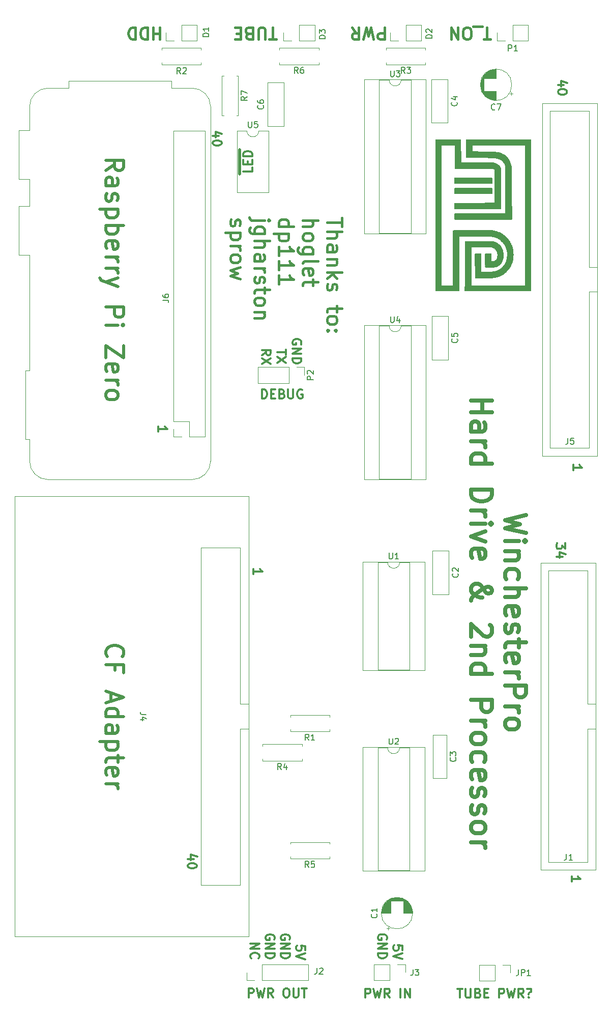
<source format=gbr>
%TF.GenerationSoftware,KiCad,Pcbnew,(6.0.11)*%
%TF.CreationDate,2024-01-03T20:09:10+00:00*%
%TF.ProjectId,BBCWinchesterPro,42424357-696e-4636-9865-737465725072,rev?*%
%TF.SameCoordinates,Original*%
%TF.FileFunction,Legend,Top*%
%TF.FilePolarity,Positive*%
%FSLAX46Y46*%
G04 Gerber Fmt 4.6, Leading zero omitted, Abs format (unit mm)*
G04 Created by KiCad (PCBNEW (6.0.11)) date 2024-01-03 20:09:10*
%MOMM*%
%LPD*%
G01*
G04 APERTURE LIST*
%ADD10C,0.000000*%
%ADD11C,0.500000*%
%ADD12C,0.300000*%
%ADD13C,0.400000*%
%ADD14C,0.700000*%
%ADD15C,0.150000*%
%ADD16C,0.120000*%
G04 APERTURE END LIST*
D10*
G36*
X139286105Y-53167664D02*
G01*
X139324082Y-53232776D01*
X139325171Y-53635026D01*
X139326255Y-54037365D01*
X139287819Y-54109260D01*
X139249388Y-54181153D01*
X133106583Y-54181153D01*
X133062091Y-54136570D01*
X133017598Y-54091896D01*
X133017598Y-53191809D01*
X133062091Y-53147226D01*
X133106583Y-53102552D01*
X139248390Y-53102552D01*
X139286105Y-53167664D01*
G37*
D11*
X97280000Y-46760000D02*
X97280000Y-50850000D01*
D10*
G36*
X139286105Y-51456657D02*
G01*
X139286196Y-51456657D01*
X139324082Y-51521769D01*
X139325171Y-51937584D01*
X139326255Y-52353397D01*
X139267926Y-52411818D01*
X139209596Y-52470238D01*
X133106583Y-52470238D01*
X133062091Y-52425654D01*
X133017598Y-52380980D01*
X133017598Y-51509290D01*
X133040029Y-51450416D01*
X133062630Y-51391635D01*
X139248390Y-51391635D01*
X139286105Y-51456657D01*
G37*
G36*
X134167916Y-48892678D02*
G01*
X134923127Y-48897381D01*
X136867636Y-48909590D01*
X139567441Y-48926501D01*
X139789006Y-48990799D01*
X140010656Y-49055007D01*
X140123064Y-49112161D01*
X140235478Y-49169225D01*
X140394819Y-49298636D01*
X140425717Y-49323171D01*
X140456621Y-49347286D01*
X140487003Y-49371593D01*
X140501835Y-49384011D01*
X140516339Y-49396706D01*
X140530449Y-49409757D01*
X140544100Y-49423239D01*
X140557225Y-49437229D01*
X140569760Y-49451804D01*
X140581638Y-49467040D01*
X140592793Y-49483015D01*
X140603160Y-49499805D01*
X140608027Y-49508529D01*
X140612672Y-49517486D01*
X140671189Y-49607015D01*
X140720653Y-49746102D01*
X140770214Y-49885279D01*
X140771837Y-53275279D01*
X140773466Y-56665280D01*
X140714778Y-56687888D01*
X140656085Y-56710406D01*
X133106583Y-56710406D01*
X133062000Y-56665822D01*
X133017507Y-56621148D01*
X133018138Y-56172958D01*
X133018682Y-55724769D01*
X133047986Y-55678467D01*
X133077285Y-55632164D01*
X134006582Y-55629451D01*
X134865251Y-55627010D01*
X136378028Y-55622668D01*
X139678765Y-55613173D01*
X139678765Y-50108380D01*
X139660495Y-50093621D01*
X139643249Y-50080837D01*
X139626866Y-50069868D01*
X139611185Y-50060553D01*
X139596044Y-50052733D01*
X139581282Y-50046249D01*
X139566736Y-50040939D01*
X139552246Y-50036645D01*
X139537651Y-50033206D01*
X139522787Y-50030463D01*
X139507495Y-50028256D01*
X139491612Y-50026425D01*
X139418946Y-50019664D01*
X136299890Y-50017494D01*
X134913540Y-50016589D01*
X134068346Y-50016047D01*
X133180828Y-50015414D01*
X133136244Y-49970830D01*
X133091752Y-49926246D01*
X133117707Y-46058304D01*
X130875584Y-46058304D01*
X130875584Y-69360550D01*
X132768904Y-69360550D01*
X132789251Y-60222039D01*
X132815507Y-60209366D01*
X132842000Y-60198000D01*
X132895647Y-60178936D01*
X132950101Y-60164335D01*
X133005270Y-60153685D01*
X133061060Y-60146475D01*
X133117380Y-60142193D01*
X133174136Y-60140328D01*
X133231237Y-60140368D01*
X133346101Y-60144117D01*
X133461232Y-60149348D01*
X133575890Y-60151967D01*
X133632811Y-60151019D01*
X133689336Y-60147884D01*
X133956845Y-60149150D01*
X134826361Y-60153218D01*
X137114689Y-60163483D01*
X139402220Y-60181435D01*
X139604942Y-60219044D01*
X139806138Y-60264007D01*
X139906019Y-60289362D01*
X140005344Y-60316697D01*
X140104057Y-60346058D01*
X140202098Y-60377491D01*
X140299410Y-60411044D01*
X140395936Y-60446763D01*
X140491617Y-60484696D01*
X140586396Y-60524890D01*
X140680214Y-60567390D01*
X140773014Y-60612245D01*
X140864738Y-60659501D01*
X140955329Y-60709205D01*
X141046944Y-60770610D01*
X141138293Y-60833413D01*
X141228996Y-60897744D01*
X141318670Y-60963732D01*
X141406933Y-61031506D01*
X141493405Y-61101196D01*
X141577703Y-61172928D01*
X141659446Y-61246834D01*
X141850874Y-61466328D01*
X141945765Y-61576676D01*
X142038269Y-61688749D01*
X142083196Y-61745742D01*
X142127009Y-61803539D01*
X142169538Y-61862263D01*
X142210609Y-61922039D01*
X142250050Y-61982991D01*
X142287689Y-62045242D01*
X142323354Y-62108918D01*
X142356872Y-62174141D01*
X142388812Y-62228962D01*
X142419652Y-62284508D01*
X142478072Y-62397600D01*
X142532217Y-62513071D01*
X142582167Y-62630576D01*
X142628005Y-62749769D01*
X142669813Y-62870304D01*
X142707674Y-62991836D01*
X142741669Y-63114020D01*
X142770026Y-63239324D01*
X142795266Y-63367055D01*
X142817294Y-63496954D01*
X142836016Y-63628767D01*
X142851338Y-63762236D01*
X142863166Y-63897105D01*
X142871404Y-64033117D01*
X142875960Y-64170017D01*
X142876739Y-64307547D01*
X142873644Y-64445450D01*
X142866579Y-64583470D01*
X142855448Y-64721351D01*
X142840155Y-64858835D01*
X142820604Y-64995666D01*
X142796698Y-65131587D01*
X142768342Y-65266342D01*
X142752946Y-65338613D01*
X142735252Y-65410138D01*
X142715399Y-65480947D01*
X142693524Y-65551070D01*
X142669764Y-65620539D01*
X142644259Y-65689383D01*
X142617145Y-65757632D01*
X142588561Y-65825319D01*
X142527533Y-65959124D01*
X142462278Y-66091041D01*
X142393899Y-66221315D01*
X142323499Y-66350190D01*
X142292075Y-66401875D01*
X142259791Y-66452848D01*
X142226642Y-66503105D01*
X142192624Y-66552643D01*
X142157731Y-66601458D01*
X142121958Y-66649544D01*
X142085302Y-66696899D01*
X142047756Y-66743517D01*
X142009315Y-66789396D01*
X141969976Y-66834531D01*
X141929733Y-66878917D01*
X141888582Y-66922551D01*
X141846517Y-66965430D01*
X141803533Y-67007547D01*
X141759626Y-67048901D01*
X141714791Y-67089486D01*
X141647566Y-67158779D01*
X141577799Y-67225174D01*
X141505653Y-67288778D01*
X141431289Y-67349698D01*
X141354869Y-67408039D01*
X141276555Y-67463909D01*
X141196509Y-67517414D01*
X141114892Y-67568660D01*
X141031867Y-67617753D01*
X140947595Y-67664801D01*
X140862238Y-67709909D01*
X140775958Y-67753184D01*
X140601276Y-67834661D01*
X140424844Y-67910084D01*
X140296553Y-67954786D01*
X140166870Y-67996165D01*
X140035979Y-68034047D01*
X139904064Y-68068258D01*
X139771308Y-68098626D01*
X139637897Y-68124975D01*
X139504015Y-68147134D01*
X139369845Y-68164929D01*
X136444310Y-68164929D01*
X136425142Y-64119100D01*
X136433575Y-64103311D01*
X136442740Y-64089085D01*
X136452601Y-64076345D01*
X136463124Y-64065018D01*
X136474274Y-64055030D01*
X136486015Y-64046304D01*
X136498313Y-64038766D01*
X136511132Y-64032342D01*
X136524438Y-64026956D01*
X136538195Y-64022535D01*
X136552368Y-64019002D01*
X136566924Y-64016283D01*
X136597038Y-64012990D01*
X136628258Y-64012056D01*
X136660302Y-64012884D01*
X136692892Y-64014874D01*
X136758585Y-64019949D01*
X136791128Y-64021838D01*
X136823096Y-64022495D01*
X136854206Y-64021324D01*
X136884181Y-64017725D01*
X136918349Y-64019666D01*
X136953017Y-64020541D01*
X137023457Y-64019936D01*
X137166004Y-64015177D01*
X137236538Y-64014378D01*
X137271275Y-64015107D01*
X137305529Y-64016869D01*
X137339201Y-64019873D01*
X137372192Y-64024328D01*
X137404404Y-64030445D01*
X137435739Y-64038434D01*
X137447548Y-64051630D01*
X137458083Y-64065292D01*
X137467410Y-64079395D01*
X137475593Y-64093915D01*
X137482698Y-64108829D01*
X137488790Y-64124114D01*
X137493932Y-64139744D01*
X137498191Y-64155698D01*
X137504318Y-64188477D01*
X137507688Y-64222264D01*
X137508821Y-64256868D01*
X137508236Y-64292099D01*
X137499101Y-64435510D01*
X137497715Y-64471037D01*
X137497725Y-64506054D01*
X137499651Y-64540372D01*
X137504013Y-64573802D01*
X137520473Y-67086231D01*
X138466360Y-67103811D01*
X138702605Y-67102310D01*
X138938592Y-67094105D01*
X139174237Y-67077020D01*
X139291905Y-67064470D01*
X139409456Y-67048884D01*
X139463408Y-67044641D01*
X139517002Y-67038126D01*
X139570256Y-67029528D01*
X139623187Y-67019036D01*
X139675810Y-67006837D01*
X139728144Y-66993119D01*
X139780204Y-66978072D01*
X139832007Y-66961882D01*
X139934909Y-66926831D01*
X140036983Y-66889470D01*
X140239184Y-66813846D01*
X140312733Y-66776243D01*
X140385250Y-66736781D01*
X140456661Y-66695455D01*
X140526889Y-66652261D01*
X140595862Y-66607195D01*
X140663504Y-66560254D01*
X140729741Y-66511434D01*
X140794498Y-66460730D01*
X140857700Y-66408138D01*
X140919273Y-66353656D01*
X140979143Y-66297279D01*
X141037234Y-66239002D01*
X141093472Y-66178823D01*
X141147782Y-66116736D01*
X141200090Y-66052740D01*
X141250321Y-65986828D01*
X141278552Y-65948251D01*
X141305974Y-65908910D01*
X141332597Y-65868856D01*
X141358431Y-65828142D01*
X141407774Y-65744939D01*
X141454087Y-65659713D01*
X141497453Y-65572879D01*
X141537955Y-65484849D01*
X141575677Y-65396038D01*
X141610703Y-65306858D01*
X141671973Y-65078368D01*
X141699005Y-64961845D01*
X141723215Y-64843983D01*
X141744285Y-64724915D01*
X141761899Y-64604776D01*
X141775742Y-64483701D01*
X141785497Y-64361823D01*
X141790848Y-64239277D01*
X141791479Y-64116196D01*
X141787074Y-63992716D01*
X141777316Y-63868971D01*
X141761890Y-63745094D01*
X141740479Y-63621220D01*
X141712767Y-63497483D01*
X141678437Y-63374018D01*
X141657022Y-63288527D01*
X141632194Y-63204182D01*
X141604105Y-63121002D01*
X141572906Y-63039005D01*
X141538749Y-62958209D01*
X141501786Y-62878631D01*
X141462169Y-62800291D01*
X141420050Y-62723205D01*
X141375579Y-62647393D01*
X141328910Y-62572873D01*
X141280194Y-62499662D01*
X141229582Y-62427779D01*
X141177227Y-62357241D01*
X141123280Y-62288067D01*
X141067893Y-62220276D01*
X141011218Y-62153884D01*
X140925775Y-62070779D01*
X140838972Y-61989479D01*
X140750338Y-61910612D01*
X140705186Y-61872288D01*
X140659399Y-61834807D01*
X140612917Y-61798249D01*
X140565683Y-61762691D01*
X140517636Y-61728211D01*
X140468717Y-61694890D01*
X140418868Y-61662804D01*
X140368030Y-61632033D01*
X140316142Y-61602654D01*
X140263147Y-61574747D01*
X140195265Y-61541447D01*
X140126414Y-61510215D01*
X140056663Y-61480999D01*
X139986082Y-61453748D01*
X139914741Y-61428409D01*
X139842709Y-61404931D01*
X139770056Y-61383263D01*
X139696852Y-61363351D01*
X139623166Y-61345146D01*
X139549067Y-61328595D01*
X139399912Y-61300247D01*
X139249944Y-61277894D01*
X139099719Y-61261123D01*
X134816683Y-61279842D01*
X133944359Y-61283642D01*
X133883679Y-61283913D01*
X133845067Y-70309472D01*
X129865798Y-70309472D01*
X129865798Y-45109473D01*
X134122334Y-45109473D01*
X134167916Y-48892678D01*
G37*
G36*
X145783044Y-70309472D02*
G01*
X134739096Y-70309472D01*
X134749127Y-68744816D01*
X134767945Y-66951486D01*
X134797165Y-64285323D01*
X134811348Y-61990652D01*
X137069155Y-61980132D01*
X138197936Y-61975828D01*
X139325892Y-61978171D01*
X139554307Y-62035274D01*
X139668056Y-62065003D01*
X139780582Y-62097839D01*
X139836172Y-62115965D01*
X139891200Y-62135521D01*
X139945578Y-62156723D01*
X139999221Y-62179790D01*
X140052043Y-62204938D01*
X140103959Y-62232387D01*
X140154882Y-62262352D01*
X140204727Y-62295052D01*
X140379719Y-62428429D01*
X140466764Y-62496273D01*
X140509403Y-62531124D01*
X140551160Y-62566836D01*
X140591813Y-62603593D01*
X140631144Y-62641578D01*
X140668931Y-62680972D01*
X140704954Y-62721959D01*
X140738993Y-62764720D01*
X140770828Y-62809440D01*
X140800239Y-62856299D01*
X140813967Y-62880588D01*
X140827005Y-62905481D01*
X140873197Y-62972087D01*
X140916923Y-63043363D01*
X140996631Y-63198742D01*
X141065448Y-63369259D01*
X141122692Y-63552556D01*
X141167680Y-63746272D01*
X141199728Y-63948049D01*
X141218156Y-64155527D01*
X141222280Y-64366346D01*
X141211417Y-64578147D01*
X141184886Y-64788571D01*
X141142004Y-64995258D01*
X141114218Y-65096463D01*
X141082088Y-65195849D01*
X141045529Y-65293122D01*
X141004455Y-65387985D01*
X140958782Y-65480145D01*
X140908424Y-65569307D01*
X140853296Y-65655175D01*
X140793312Y-65737454D01*
X140728387Y-65815850D01*
X140658435Y-65890067D01*
X140628542Y-65928047D01*
X140596437Y-65963468D01*
X140562312Y-65996521D01*
X140526362Y-66027397D01*
X140488781Y-66056288D01*
X140449762Y-66083386D01*
X140409500Y-66108881D01*
X140368187Y-66132966D01*
X140326018Y-66155832D01*
X140283187Y-66177669D01*
X140196311Y-66219027D01*
X140023136Y-66297831D01*
X139975178Y-66313411D01*
X139927060Y-66327748D01*
X139878782Y-66340843D01*
X139830345Y-66352696D01*
X139781749Y-66363307D01*
X139732994Y-66372676D01*
X139684081Y-66380804D01*
X139635008Y-66387690D01*
X139585777Y-66393336D01*
X139536387Y-66397740D01*
X139486839Y-66400904D01*
X139437132Y-66402828D01*
X139387268Y-66403511D01*
X139337245Y-66402955D01*
X139287064Y-66401158D01*
X139236726Y-66398122D01*
X139113764Y-66396355D01*
X138990260Y-66396750D01*
X138742681Y-66399814D01*
X138619133Y-66400377D01*
X138496099Y-66398890D01*
X138373843Y-66394300D01*
X138252629Y-66385553D01*
X138235358Y-66381590D01*
X138219696Y-66376661D01*
X138205568Y-66370811D01*
X138192901Y-66364083D01*
X138181621Y-66356522D01*
X138171656Y-66348171D01*
X138162930Y-66339075D01*
X138155372Y-66329279D01*
X138148906Y-66318826D01*
X138143460Y-66307761D01*
X138138960Y-66296127D01*
X138135333Y-66283970D01*
X138132504Y-66271333D01*
X138130401Y-66258260D01*
X138128076Y-66230984D01*
X138127769Y-66202497D01*
X138128893Y-66173151D01*
X138133075Y-66113299D01*
X138134958Y-66083501D01*
X138135916Y-66054258D01*
X138135362Y-66025925D01*
X138132706Y-65998855D01*
X138132706Y-64144153D01*
X138143183Y-64129587D01*
X138154275Y-64116509D01*
X138165952Y-64104846D01*
X138178184Y-64094524D01*
X138190941Y-64085472D01*
X138204192Y-64077617D01*
X138217909Y-64070885D01*
X138232059Y-64065204D01*
X138246615Y-64060501D01*
X138261544Y-64056703D01*
X138276818Y-64053738D01*
X138292406Y-64051533D01*
X138324403Y-64049110D01*
X138357296Y-64048853D01*
X138390843Y-64050180D01*
X138424804Y-64052508D01*
X138493003Y-64057838D01*
X138526759Y-64059676D01*
X138559966Y-64060186D01*
X138592382Y-64058786D01*
X138623767Y-64054893D01*
X138660417Y-64057308D01*
X138697341Y-64058243D01*
X138734479Y-64058027D01*
X138771768Y-64056988D01*
X138921229Y-64051187D01*
X138958366Y-64050970D01*
X138995291Y-64051904D01*
X139031942Y-64054319D01*
X139068258Y-64058543D01*
X139104180Y-64064905D01*
X139139646Y-64073734D01*
X139174594Y-64085359D01*
X139191856Y-64092323D01*
X139208966Y-64100109D01*
X139208966Y-65282353D01*
X139248703Y-65279560D01*
X139289062Y-65278799D01*
X139329877Y-65279529D01*
X139370982Y-65281209D01*
X139453399Y-65285253D01*
X139494379Y-65286536D01*
X139534987Y-65286604D01*
X139575056Y-65284918D01*
X139614421Y-65280935D01*
X139652915Y-65274116D01*
X139671784Y-65269474D01*
X139690374Y-65263919D01*
X139708663Y-65257384D01*
X139726631Y-65249803D01*
X139744257Y-65241106D01*
X139761520Y-65231227D01*
X139778400Y-65220097D01*
X139794876Y-65207650D01*
X139810928Y-65193817D01*
X139826534Y-65178532D01*
X139854682Y-65160495D01*
X139881832Y-65139153D01*
X139907959Y-65114687D01*
X139933037Y-65087275D01*
X139957043Y-65057098D01*
X139979951Y-65024335D01*
X140022370Y-64951771D01*
X140060096Y-64871021D01*
X140092926Y-64783523D01*
X140120659Y-64690716D01*
X140143096Y-64594036D01*
X140160034Y-64494923D01*
X140171274Y-64394814D01*
X140176614Y-64295146D01*
X140175853Y-64197359D01*
X140168790Y-64102890D01*
X140155225Y-64013177D01*
X140134957Y-63929657D01*
X140122246Y-63890670D01*
X140107785Y-63853770D01*
X140101987Y-63829763D01*
X140095385Y-63806173D01*
X140088008Y-63782989D01*
X140079887Y-63760200D01*
X140071050Y-63737794D01*
X140061526Y-63715759D01*
X140040537Y-63672759D01*
X140017154Y-63631107D01*
X139991612Y-63590711D01*
X139964145Y-63551480D01*
X139934990Y-63513322D01*
X139904379Y-63476145D01*
X139872548Y-63439857D01*
X139839732Y-63404367D01*
X139806166Y-63369581D01*
X139737720Y-63301758D01*
X139669088Y-63235654D01*
X139595816Y-63201834D01*
X139522757Y-63167016D01*
X139449404Y-63133531D01*
X139412459Y-63118016D01*
X139375250Y-63103708D01*
X139337713Y-63090898D01*
X139299786Y-63079877D01*
X139261406Y-63070936D01*
X139222507Y-63064366D01*
X139183028Y-63060459D01*
X139142904Y-63059506D01*
X139122581Y-63060228D01*
X139102073Y-63061798D01*
X139081372Y-63064252D01*
X139060471Y-63067626D01*
X135868611Y-63046558D01*
X135850069Y-69360550D01*
X144773264Y-69360550D01*
X144773264Y-46058304D01*
X136076248Y-46058304D01*
X136079052Y-47058502D01*
X137953108Y-47079663D01*
X139827169Y-47100914D01*
X140142600Y-47162138D01*
X140458036Y-47223362D01*
X140699221Y-47302220D01*
X140940498Y-47380897D01*
X141169475Y-47493126D01*
X141229962Y-47522896D01*
X141289380Y-47553011D01*
X141347573Y-47584160D01*
X141376163Y-47600339D01*
X141404388Y-47617035D01*
X141432230Y-47634336D01*
X141459670Y-47652328D01*
X141486688Y-47671097D01*
X141513264Y-47690729D01*
X141539380Y-47711311D01*
X141565017Y-47732929D01*
X141590154Y-47755670D01*
X141614772Y-47779620D01*
X141668290Y-47824531D01*
X141721630Y-47872539D01*
X141774577Y-47923462D01*
X141826916Y-47977120D01*
X141878433Y-48033331D01*
X141928910Y-48091913D01*
X141978134Y-48152685D01*
X142025889Y-48215466D01*
X142071959Y-48280074D01*
X142116129Y-48346327D01*
X142158185Y-48414044D01*
X142197909Y-48483044D01*
X142235088Y-48553146D01*
X142269506Y-48624166D01*
X142300948Y-48695926D01*
X142329197Y-48768242D01*
X142446041Y-49049581D01*
X142526705Y-49337251D01*
X142607372Y-49624921D01*
X142619311Y-53971349D01*
X142631247Y-58317865D01*
X142588469Y-58369594D01*
X142545608Y-58421322D01*
X133106583Y-58421322D01*
X133062000Y-58376739D01*
X133017507Y-58332155D01*
X133017507Y-57431978D01*
X133062000Y-57387392D01*
X133106583Y-57342718D01*
X141515657Y-57342718D01*
X141515657Y-49804161D01*
X141442226Y-49516491D01*
X141368793Y-49228821D01*
X141267507Y-49042256D01*
X141166223Y-48855692D01*
X141021530Y-48710636D01*
X140876742Y-48565580D01*
X140648758Y-48453623D01*
X140420956Y-48341666D01*
X140086892Y-48261361D01*
X139752925Y-48181146D01*
X137380208Y-48159080D01*
X134945552Y-48137919D01*
X134946824Y-46623700D01*
X134955683Y-45109473D01*
X145783044Y-45109473D01*
X145783044Y-70309472D01*
G37*
D12*
X151256428Y-36021428D02*
X150256428Y-36021428D01*
X151827857Y-35664285D02*
X150756428Y-35307142D01*
X150756428Y-36235714D01*
X151756428Y-37092857D02*
X151756428Y-37235714D01*
X151685000Y-37378571D01*
X151613571Y-37450000D01*
X151470714Y-37521428D01*
X151185000Y-37592857D01*
X150827857Y-37592857D01*
X150542142Y-37521428D01*
X150399285Y-37450000D01*
X150327857Y-37378571D01*
X150256428Y-37235714D01*
X150256428Y-37092857D01*
X150327857Y-36950000D01*
X150399285Y-36878571D01*
X150542142Y-36807142D01*
X150827857Y-36735714D01*
X151185000Y-36735714D01*
X151470714Y-36807142D01*
X151613571Y-36878571D01*
X151685000Y-36950000D01*
X151756428Y-37092857D01*
D13*
X114321047Y-58156095D02*
X114321047Y-59584666D01*
X111821047Y-58870380D02*
X114321047Y-58870380D01*
X111821047Y-60418000D02*
X114321047Y-60418000D01*
X111821047Y-61489428D02*
X113130571Y-61489428D01*
X113368666Y-61370380D01*
X113487714Y-61132285D01*
X113487714Y-60775142D01*
X113368666Y-60537047D01*
X113249619Y-60418000D01*
X111821047Y-63751333D02*
X113130571Y-63751333D01*
X113368666Y-63632285D01*
X113487714Y-63394190D01*
X113487714Y-62918000D01*
X113368666Y-62679904D01*
X111940095Y-63751333D02*
X111821047Y-63513238D01*
X111821047Y-62918000D01*
X111940095Y-62679904D01*
X112178190Y-62560857D01*
X112416285Y-62560857D01*
X112654380Y-62679904D01*
X112773428Y-62918000D01*
X112773428Y-63513238D01*
X112892476Y-63751333D01*
X113487714Y-64941809D02*
X111821047Y-64941809D01*
X113249619Y-64941809D02*
X113368666Y-65060857D01*
X113487714Y-65298952D01*
X113487714Y-65656095D01*
X113368666Y-65894190D01*
X113130571Y-66013238D01*
X111821047Y-66013238D01*
X111821047Y-67203714D02*
X114321047Y-67203714D01*
X112773428Y-67441809D02*
X111821047Y-68156095D01*
X113487714Y-68156095D02*
X112535333Y-67203714D01*
X111940095Y-69108476D02*
X111821047Y-69346571D01*
X111821047Y-69822761D01*
X111940095Y-70060857D01*
X112178190Y-70179904D01*
X112297238Y-70179904D01*
X112535333Y-70060857D01*
X112654380Y-69822761D01*
X112654380Y-69465619D01*
X112773428Y-69227523D01*
X113011523Y-69108476D01*
X113130571Y-69108476D01*
X113368666Y-69227523D01*
X113487714Y-69465619D01*
X113487714Y-69822761D01*
X113368666Y-70060857D01*
X113487714Y-72798952D02*
X113487714Y-73751333D01*
X114321047Y-73156095D02*
X112178190Y-73156095D01*
X111940095Y-73275142D01*
X111821047Y-73513238D01*
X111821047Y-73751333D01*
X111821047Y-74941809D02*
X111940095Y-74703714D01*
X112059142Y-74584666D01*
X112297238Y-74465619D01*
X113011523Y-74465619D01*
X113249619Y-74584666D01*
X113368666Y-74703714D01*
X113487714Y-74941809D01*
X113487714Y-75298952D01*
X113368666Y-75537047D01*
X113249619Y-75656095D01*
X113011523Y-75775142D01*
X112297238Y-75775142D01*
X112059142Y-75656095D01*
X111940095Y-75537047D01*
X111821047Y-75298952D01*
X111821047Y-74941809D01*
X112059142Y-76846571D02*
X111940095Y-76965619D01*
X111821047Y-76846571D01*
X111940095Y-76727523D01*
X112059142Y-76846571D01*
X111821047Y-76846571D01*
X113368666Y-76846571D02*
X113249619Y-76965619D01*
X113130571Y-76846571D01*
X113249619Y-76727523D01*
X113368666Y-76846571D01*
X113130571Y-76846571D01*
X107796047Y-58513238D02*
X110296047Y-58513238D01*
X107796047Y-59584666D02*
X109105571Y-59584666D01*
X109343666Y-59465619D01*
X109462714Y-59227523D01*
X109462714Y-58870380D01*
X109343666Y-58632285D01*
X109224619Y-58513238D01*
X107796047Y-61132285D02*
X107915095Y-60894190D01*
X108034142Y-60775142D01*
X108272238Y-60656095D01*
X108986523Y-60656095D01*
X109224619Y-60775142D01*
X109343666Y-60894190D01*
X109462714Y-61132285D01*
X109462714Y-61489428D01*
X109343666Y-61727523D01*
X109224619Y-61846571D01*
X108986523Y-61965619D01*
X108272238Y-61965619D01*
X108034142Y-61846571D01*
X107915095Y-61727523D01*
X107796047Y-61489428D01*
X107796047Y-61132285D01*
X109462714Y-64108476D02*
X107438904Y-64108476D01*
X107200809Y-63989428D01*
X107081761Y-63870380D01*
X106962714Y-63632285D01*
X106962714Y-63275142D01*
X107081761Y-63037047D01*
X107915095Y-64108476D02*
X107796047Y-63870380D01*
X107796047Y-63394190D01*
X107915095Y-63156095D01*
X108034142Y-63037047D01*
X108272238Y-62918000D01*
X108986523Y-62918000D01*
X109224619Y-63037047D01*
X109343666Y-63156095D01*
X109462714Y-63394190D01*
X109462714Y-63870380D01*
X109343666Y-64108476D01*
X107796047Y-65656095D02*
X107915095Y-65418000D01*
X108153190Y-65298952D01*
X110296047Y-65298952D01*
X107915095Y-67560857D02*
X107796047Y-67322761D01*
X107796047Y-66846571D01*
X107915095Y-66608476D01*
X108153190Y-66489428D01*
X109105571Y-66489428D01*
X109343666Y-66608476D01*
X109462714Y-66846571D01*
X109462714Y-67322761D01*
X109343666Y-67560857D01*
X109105571Y-67679904D01*
X108867476Y-67679904D01*
X108629380Y-66489428D01*
X109462714Y-68394190D02*
X109462714Y-69346571D01*
X110296047Y-68751333D02*
X108153190Y-68751333D01*
X107915095Y-68870380D01*
X107796047Y-69108476D01*
X107796047Y-69346571D01*
X103771047Y-59584666D02*
X106271047Y-59584666D01*
X103890095Y-59584666D02*
X103771047Y-59346571D01*
X103771047Y-58870380D01*
X103890095Y-58632285D01*
X104009142Y-58513238D01*
X104247238Y-58394190D01*
X104961523Y-58394190D01*
X105199619Y-58513238D01*
X105318666Y-58632285D01*
X105437714Y-58870380D01*
X105437714Y-59346571D01*
X105318666Y-59584666D01*
X105437714Y-60775142D02*
X102937714Y-60775142D01*
X105318666Y-60775142D02*
X105437714Y-61013238D01*
X105437714Y-61489428D01*
X105318666Y-61727523D01*
X105199619Y-61846571D01*
X104961523Y-61965619D01*
X104247238Y-61965619D01*
X104009142Y-61846571D01*
X103890095Y-61727523D01*
X103771047Y-61489428D01*
X103771047Y-61013238D01*
X103890095Y-60775142D01*
X103771047Y-64346571D02*
X103771047Y-62918000D01*
X103771047Y-63632285D02*
X106271047Y-63632285D01*
X105913904Y-63394190D01*
X105675809Y-63156095D01*
X105556761Y-62918000D01*
X103771047Y-66727523D02*
X103771047Y-65298952D01*
X103771047Y-66013238D02*
X106271047Y-66013238D01*
X105913904Y-65775142D01*
X105675809Y-65537047D01*
X105556761Y-65298952D01*
X103771047Y-69108476D02*
X103771047Y-67679904D01*
X103771047Y-68394190D02*
X106271047Y-68394190D01*
X105913904Y-68156095D01*
X105675809Y-67918000D01*
X105556761Y-67679904D01*
X101412714Y-58513238D02*
X99269857Y-58513238D01*
X99031761Y-58394190D01*
X98912714Y-58156095D01*
X98912714Y-58037047D01*
X102246047Y-58513238D02*
X102127000Y-58394190D01*
X102007952Y-58513238D01*
X102127000Y-58632285D01*
X102246047Y-58513238D01*
X102007952Y-58513238D01*
X101412714Y-60775142D02*
X99388904Y-60775142D01*
X99150809Y-60656095D01*
X99031761Y-60537047D01*
X98912714Y-60298952D01*
X98912714Y-59941809D01*
X99031761Y-59703714D01*
X99865095Y-60775142D02*
X99746047Y-60537047D01*
X99746047Y-60060857D01*
X99865095Y-59822761D01*
X99984142Y-59703714D01*
X100222238Y-59584666D01*
X100936523Y-59584666D01*
X101174619Y-59703714D01*
X101293666Y-59822761D01*
X101412714Y-60060857D01*
X101412714Y-60537047D01*
X101293666Y-60775142D01*
X99746047Y-61965619D02*
X102246047Y-61965619D01*
X99746047Y-63037047D02*
X101055571Y-63037047D01*
X101293666Y-62918000D01*
X101412714Y-62679904D01*
X101412714Y-62322761D01*
X101293666Y-62084666D01*
X101174619Y-61965619D01*
X99746047Y-65298952D02*
X101055571Y-65298952D01*
X101293666Y-65179904D01*
X101412714Y-64941809D01*
X101412714Y-64465619D01*
X101293666Y-64227523D01*
X99865095Y-65298952D02*
X99746047Y-65060857D01*
X99746047Y-64465619D01*
X99865095Y-64227523D01*
X100103190Y-64108476D01*
X100341285Y-64108476D01*
X100579380Y-64227523D01*
X100698428Y-64465619D01*
X100698428Y-65060857D01*
X100817476Y-65298952D01*
X99746047Y-66489428D02*
X101412714Y-66489428D01*
X100936523Y-66489428D02*
X101174619Y-66608476D01*
X101293666Y-66727523D01*
X101412714Y-66965619D01*
X101412714Y-67203714D01*
X99865095Y-67918000D02*
X99746047Y-68156095D01*
X99746047Y-68632285D01*
X99865095Y-68870380D01*
X100103190Y-68989428D01*
X100222238Y-68989428D01*
X100460333Y-68870380D01*
X100579380Y-68632285D01*
X100579380Y-68275142D01*
X100698428Y-68037047D01*
X100936523Y-67918000D01*
X101055571Y-67918000D01*
X101293666Y-68037047D01*
X101412714Y-68275142D01*
X101412714Y-68632285D01*
X101293666Y-68870380D01*
X101412714Y-69703714D02*
X101412714Y-70656095D01*
X102246047Y-70060857D02*
X100103190Y-70060857D01*
X99865095Y-70179904D01*
X99746047Y-70418000D01*
X99746047Y-70656095D01*
X99746047Y-71846571D02*
X99865095Y-71608476D01*
X99984142Y-71489428D01*
X100222238Y-71370380D01*
X100936523Y-71370380D01*
X101174619Y-71489428D01*
X101293666Y-71608476D01*
X101412714Y-71846571D01*
X101412714Y-72203714D01*
X101293666Y-72441809D01*
X101174619Y-72560857D01*
X100936523Y-72679904D01*
X100222238Y-72679904D01*
X99984142Y-72560857D01*
X99865095Y-72441809D01*
X99746047Y-72203714D01*
X99746047Y-71846571D01*
X101412714Y-73751333D02*
X99746047Y-73751333D01*
X101174619Y-73751333D02*
X101293666Y-73870380D01*
X101412714Y-74108476D01*
X101412714Y-74465619D01*
X101293666Y-74703714D01*
X101055571Y-74822761D01*
X99746047Y-74822761D01*
X95840095Y-58394190D02*
X95721047Y-58632285D01*
X95721047Y-59108476D01*
X95840095Y-59346571D01*
X96078190Y-59465619D01*
X96197238Y-59465619D01*
X96435333Y-59346571D01*
X96554380Y-59108476D01*
X96554380Y-58751333D01*
X96673428Y-58513238D01*
X96911523Y-58394190D01*
X97030571Y-58394190D01*
X97268666Y-58513238D01*
X97387714Y-58751333D01*
X97387714Y-59108476D01*
X97268666Y-59346571D01*
X97387714Y-60537047D02*
X94887714Y-60537047D01*
X97268666Y-60537047D02*
X97387714Y-60775142D01*
X97387714Y-61251333D01*
X97268666Y-61489428D01*
X97149619Y-61608476D01*
X96911523Y-61727523D01*
X96197238Y-61727523D01*
X95959142Y-61608476D01*
X95840095Y-61489428D01*
X95721047Y-61251333D01*
X95721047Y-60775142D01*
X95840095Y-60537047D01*
X95721047Y-62798952D02*
X97387714Y-62798952D01*
X96911523Y-62798952D02*
X97149619Y-62918000D01*
X97268666Y-63037047D01*
X97387714Y-63275142D01*
X97387714Y-63513238D01*
X95721047Y-64703714D02*
X95840095Y-64465619D01*
X95959142Y-64346571D01*
X96197238Y-64227523D01*
X96911523Y-64227523D01*
X97149619Y-64346571D01*
X97268666Y-64465619D01*
X97387714Y-64703714D01*
X97387714Y-65060857D01*
X97268666Y-65298952D01*
X97149619Y-65418000D01*
X96911523Y-65537047D01*
X96197238Y-65537047D01*
X95959142Y-65418000D01*
X95840095Y-65298952D01*
X95721047Y-65060857D01*
X95721047Y-64703714D01*
X97387714Y-66370380D02*
X95721047Y-66846571D01*
X96911523Y-67322761D01*
X95721047Y-67798952D01*
X97387714Y-68275142D01*
D12*
X152796428Y-100078571D02*
X152796428Y-99221428D01*
X152796428Y-99650000D02*
X154296428Y-99650000D01*
X154082142Y-99507142D01*
X153939285Y-99364285D01*
X153867857Y-99221428D01*
X83771428Y-93659623D02*
X83771428Y-92802480D01*
X83771428Y-93231052D02*
X85271428Y-93231052D01*
X85057142Y-93088194D01*
X84914285Y-92945337D01*
X84842857Y-92802480D01*
D14*
X144942166Y-107559333D02*
X141442166Y-108392666D01*
X143942166Y-109059333D01*
X141442166Y-109726000D01*
X144942166Y-110559333D01*
X141442166Y-111892666D02*
X143775500Y-111892666D01*
X144942166Y-111892666D02*
X144775500Y-111726000D01*
X144608833Y-111892666D01*
X144775500Y-112059333D01*
X144942166Y-111892666D01*
X144608833Y-111892666D01*
X143775500Y-113559333D02*
X141442166Y-113559333D01*
X143442166Y-113559333D02*
X143608833Y-113726000D01*
X143775500Y-114059333D01*
X143775500Y-114559333D01*
X143608833Y-114892666D01*
X143275500Y-115059333D01*
X141442166Y-115059333D01*
X141608833Y-118226000D02*
X141442166Y-117892666D01*
X141442166Y-117226000D01*
X141608833Y-116892666D01*
X141775500Y-116726000D01*
X142108833Y-116559333D01*
X143108833Y-116559333D01*
X143442166Y-116726000D01*
X143608833Y-116892666D01*
X143775500Y-117226000D01*
X143775500Y-117892666D01*
X143608833Y-118226000D01*
X141442166Y-119726000D02*
X144942166Y-119726000D01*
X141442166Y-121226000D02*
X143275500Y-121226000D01*
X143608833Y-121059333D01*
X143775500Y-120726000D01*
X143775500Y-120226000D01*
X143608833Y-119892666D01*
X143442166Y-119726000D01*
X141608833Y-124226000D02*
X141442166Y-123892666D01*
X141442166Y-123226000D01*
X141608833Y-122892666D01*
X141942166Y-122726000D01*
X143275500Y-122726000D01*
X143608833Y-122892666D01*
X143775500Y-123226000D01*
X143775500Y-123892666D01*
X143608833Y-124226000D01*
X143275500Y-124392666D01*
X142942166Y-124392666D01*
X142608833Y-122726000D01*
X141608833Y-125726000D02*
X141442166Y-126059333D01*
X141442166Y-126726000D01*
X141608833Y-127059333D01*
X141942166Y-127226000D01*
X142108833Y-127226000D01*
X142442166Y-127059333D01*
X142608833Y-126726000D01*
X142608833Y-126226000D01*
X142775500Y-125892666D01*
X143108833Y-125726000D01*
X143275500Y-125726000D01*
X143608833Y-125892666D01*
X143775500Y-126226000D01*
X143775500Y-126726000D01*
X143608833Y-127059333D01*
X143775500Y-128226000D02*
X143775500Y-129559333D01*
X144942166Y-128726000D02*
X141942166Y-128726000D01*
X141608833Y-128892666D01*
X141442166Y-129226000D01*
X141442166Y-129559333D01*
X141608833Y-132059333D02*
X141442166Y-131726000D01*
X141442166Y-131059333D01*
X141608833Y-130726000D01*
X141942166Y-130559333D01*
X143275500Y-130559333D01*
X143608833Y-130726000D01*
X143775500Y-131059333D01*
X143775500Y-131726000D01*
X143608833Y-132059333D01*
X143275500Y-132226000D01*
X142942166Y-132226000D01*
X142608833Y-130559333D01*
X141442166Y-133726000D02*
X143775500Y-133726000D01*
X143108833Y-133726000D02*
X143442166Y-133892666D01*
X143608833Y-134059333D01*
X143775500Y-134392666D01*
X143775500Y-134726000D01*
X141442166Y-135892666D02*
X144942166Y-135892666D01*
X144942166Y-137226000D01*
X144775500Y-137559333D01*
X144608833Y-137726000D01*
X144275500Y-137892666D01*
X143775500Y-137892666D01*
X143442166Y-137726000D01*
X143275500Y-137559333D01*
X143108833Y-137226000D01*
X143108833Y-135892666D01*
X141442166Y-139392666D02*
X143775500Y-139392666D01*
X143108833Y-139392666D02*
X143442166Y-139559333D01*
X143608833Y-139726000D01*
X143775500Y-140059333D01*
X143775500Y-140392666D01*
X141442166Y-142059333D02*
X141608833Y-141726000D01*
X141775500Y-141559333D01*
X142108833Y-141392666D01*
X143108833Y-141392666D01*
X143442166Y-141559333D01*
X143608833Y-141726000D01*
X143775500Y-142059333D01*
X143775500Y-142559333D01*
X143608833Y-142892666D01*
X143442166Y-143059333D01*
X143108833Y-143226000D01*
X142108833Y-143226000D01*
X141775500Y-143059333D01*
X141608833Y-142892666D01*
X141442166Y-142559333D01*
X141442166Y-142059333D01*
X135807166Y-88475999D02*
X139307166Y-88475999D01*
X137640500Y-88475999D02*
X137640500Y-90475999D01*
X135807166Y-90475999D02*
X139307166Y-90475999D01*
X135807166Y-93642666D02*
X137640500Y-93642666D01*
X137973833Y-93475999D01*
X138140500Y-93142666D01*
X138140500Y-92475999D01*
X137973833Y-92142666D01*
X135973833Y-93642666D02*
X135807166Y-93309333D01*
X135807166Y-92475999D01*
X135973833Y-92142666D01*
X136307166Y-91975999D01*
X136640500Y-91975999D01*
X136973833Y-92142666D01*
X137140500Y-92475999D01*
X137140500Y-93309333D01*
X137307166Y-93642666D01*
X135807166Y-95309333D02*
X138140500Y-95309333D01*
X137473833Y-95309333D02*
X137807166Y-95475999D01*
X137973833Y-95642666D01*
X138140500Y-95975999D01*
X138140500Y-96309333D01*
X135807166Y-98975999D02*
X139307166Y-98975999D01*
X135973833Y-98975999D02*
X135807166Y-98642666D01*
X135807166Y-97975999D01*
X135973833Y-97642666D01*
X136140500Y-97475999D01*
X136473833Y-97309333D01*
X137473833Y-97309333D01*
X137807166Y-97475999D01*
X137973833Y-97642666D01*
X138140500Y-97975999D01*
X138140500Y-98642666D01*
X137973833Y-98975999D01*
X135807166Y-103309333D02*
X139307166Y-103309333D01*
X139307166Y-104142666D01*
X139140500Y-104642666D01*
X138807166Y-104975999D01*
X138473833Y-105142666D01*
X137807166Y-105309333D01*
X137307166Y-105309333D01*
X136640500Y-105142666D01*
X136307166Y-104975999D01*
X135973833Y-104642666D01*
X135807166Y-104142666D01*
X135807166Y-103309333D01*
X135807166Y-106809333D02*
X138140500Y-106809333D01*
X137473833Y-106809333D02*
X137807166Y-106975999D01*
X137973833Y-107142666D01*
X138140500Y-107475999D01*
X138140500Y-107809333D01*
X135807166Y-108975999D02*
X138140500Y-108975999D01*
X139307166Y-108975999D02*
X139140500Y-108809333D01*
X138973833Y-108975999D01*
X139140500Y-109142666D01*
X139307166Y-108975999D01*
X138973833Y-108975999D01*
X138140500Y-110309333D02*
X135807166Y-111142666D01*
X138140500Y-111975999D01*
X135973833Y-114642666D02*
X135807166Y-114309333D01*
X135807166Y-113642666D01*
X135973833Y-113309333D01*
X136307166Y-113142666D01*
X137640500Y-113142666D01*
X137973833Y-113309333D01*
X138140500Y-113642666D01*
X138140500Y-114309333D01*
X137973833Y-114642666D01*
X137640500Y-114809333D01*
X137307166Y-114809333D01*
X136973833Y-113142666D01*
X135807166Y-121809333D02*
X135807166Y-121642666D01*
X135973833Y-121309333D01*
X136473833Y-120809333D01*
X137473833Y-119975999D01*
X137973833Y-119642666D01*
X138473833Y-119475999D01*
X138807166Y-119475999D01*
X139140500Y-119642666D01*
X139307166Y-119975999D01*
X139307166Y-120142666D01*
X139140500Y-120475999D01*
X138807166Y-120642666D01*
X138640500Y-120642666D01*
X138307166Y-120475999D01*
X138140500Y-120309333D01*
X137473833Y-119309333D01*
X137307166Y-119142666D01*
X136973833Y-118975999D01*
X136473833Y-118975999D01*
X136140500Y-119142666D01*
X135973833Y-119309333D01*
X135807166Y-119642666D01*
X135807166Y-120142666D01*
X135973833Y-120475999D01*
X136140500Y-120642666D01*
X136807166Y-121142666D01*
X137307166Y-121309333D01*
X137640500Y-121309333D01*
X138973833Y-125809333D02*
X139140500Y-125976000D01*
X139307166Y-126309333D01*
X139307166Y-127142666D01*
X139140500Y-127476000D01*
X138973833Y-127642666D01*
X138640500Y-127809333D01*
X138307166Y-127809333D01*
X137807166Y-127642666D01*
X135807166Y-125642666D01*
X135807166Y-127809333D01*
X138140500Y-129309333D02*
X135807166Y-129309333D01*
X137807166Y-129309333D02*
X137973833Y-129476000D01*
X138140500Y-129809333D01*
X138140500Y-130309333D01*
X137973833Y-130642666D01*
X137640500Y-130809333D01*
X135807166Y-130809333D01*
X135807166Y-133976000D02*
X139307166Y-133976000D01*
X135973833Y-133976000D02*
X135807166Y-133642666D01*
X135807166Y-132976000D01*
X135973833Y-132642666D01*
X136140500Y-132476000D01*
X136473833Y-132309333D01*
X137473833Y-132309333D01*
X137807166Y-132476000D01*
X137973833Y-132642666D01*
X138140500Y-132976000D01*
X138140500Y-133642666D01*
X137973833Y-133976000D01*
X135807166Y-138309333D02*
X139307166Y-138309333D01*
X139307166Y-139642666D01*
X139140500Y-139976000D01*
X138973833Y-140142666D01*
X138640500Y-140309333D01*
X138140500Y-140309333D01*
X137807166Y-140142666D01*
X137640500Y-139976000D01*
X137473833Y-139642666D01*
X137473833Y-138309333D01*
X135807166Y-141809333D02*
X138140500Y-141809333D01*
X137473833Y-141809333D02*
X137807166Y-141976000D01*
X137973833Y-142142666D01*
X138140500Y-142476000D01*
X138140500Y-142809333D01*
X135807166Y-144476000D02*
X135973833Y-144142666D01*
X136140500Y-143976000D01*
X136473833Y-143809333D01*
X137473833Y-143809333D01*
X137807166Y-143976000D01*
X137973833Y-144142666D01*
X138140500Y-144476000D01*
X138140500Y-144976000D01*
X137973833Y-145309333D01*
X137807166Y-145476000D01*
X137473833Y-145642666D01*
X136473833Y-145642666D01*
X136140500Y-145476000D01*
X135973833Y-145309333D01*
X135807166Y-144976000D01*
X135807166Y-144476000D01*
X135973833Y-148642666D02*
X135807166Y-148309333D01*
X135807166Y-147642666D01*
X135973833Y-147309333D01*
X136140500Y-147142666D01*
X136473833Y-146975999D01*
X137473833Y-146975999D01*
X137807166Y-147142666D01*
X137973833Y-147309333D01*
X138140500Y-147642666D01*
X138140500Y-148309333D01*
X137973833Y-148642666D01*
X135973833Y-151475999D02*
X135807166Y-151142666D01*
X135807166Y-150475999D01*
X135973833Y-150142666D01*
X136307166Y-149975999D01*
X137640500Y-149975999D01*
X137973833Y-150142666D01*
X138140500Y-150475999D01*
X138140500Y-151142666D01*
X137973833Y-151475999D01*
X137640500Y-151642666D01*
X137307166Y-151642666D01*
X136973833Y-149975999D01*
X135973833Y-152975999D02*
X135807166Y-153309333D01*
X135807166Y-153975999D01*
X135973833Y-154309333D01*
X136307166Y-154475999D01*
X136473833Y-154475999D01*
X136807166Y-154309333D01*
X136973833Y-153975999D01*
X136973833Y-153475999D01*
X137140500Y-153142666D01*
X137473833Y-152975999D01*
X137640500Y-152975999D01*
X137973833Y-153142666D01*
X138140500Y-153475999D01*
X138140500Y-153975999D01*
X137973833Y-154309333D01*
X135973833Y-155809333D02*
X135807166Y-156142666D01*
X135807166Y-156809333D01*
X135973833Y-157142666D01*
X136307166Y-157309333D01*
X136473833Y-157309333D01*
X136807166Y-157142666D01*
X136973833Y-156809333D01*
X136973833Y-156309333D01*
X137140500Y-155975999D01*
X137473833Y-155809333D01*
X137640500Y-155809333D01*
X137973833Y-155975999D01*
X138140500Y-156309333D01*
X138140500Y-156809333D01*
X137973833Y-157142666D01*
X135807166Y-159309333D02*
X135973833Y-158975999D01*
X136140500Y-158809333D01*
X136473833Y-158642666D01*
X137473833Y-158642666D01*
X137807166Y-158809333D01*
X137973833Y-158975999D01*
X138140500Y-159309333D01*
X138140500Y-159809333D01*
X137973833Y-160142666D01*
X137807166Y-160309333D01*
X137473833Y-160475999D01*
X136473833Y-160475999D01*
X136140500Y-160309333D01*
X135973833Y-160142666D01*
X135807166Y-159809333D01*
X135807166Y-159309333D01*
X135807166Y-161975999D02*
X138140500Y-161975999D01*
X137473833Y-161975999D02*
X137807166Y-162142666D01*
X137973833Y-162309333D01*
X138140500Y-162642666D01*
X138140500Y-162975999D01*
D12*
X103050000Y-178168571D02*
X103121428Y-178025714D01*
X103121428Y-177811429D01*
X103050000Y-177597143D01*
X102907142Y-177454286D01*
X102764285Y-177382857D01*
X102478571Y-177311429D01*
X102264285Y-177311429D01*
X101978571Y-177382857D01*
X101835714Y-177454286D01*
X101692857Y-177597143D01*
X101621428Y-177811429D01*
X101621428Y-177954286D01*
X101692857Y-178168571D01*
X101764285Y-178240000D01*
X102264285Y-178240000D01*
X102264285Y-177954286D01*
X101621428Y-178882857D02*
X103121428Y-178882857D01*
X101621428Y-179740000D01*
X103121428Y-179740000D01*
X101621428Y-180454286D02*
X103121428Y-180454286D01*
X103121428Y-180811429D01*
X103050000Y-181025714D01*
X102907142Y-181168571D01*
X102764285Y-181240000D01*
X102478571Y-181311429D01*
X102264285Y-181311429D01*
X101978571Y-181240000D01*
X101835714Y-181168571D01*
X101692857Y-181025714D01*
X101621428Y-180811429D01*
X101621428Y-180454286D01*
D13*
X121391726Y-26425238D02*
X121391726Y-28425238D01*
X120629821Y-28425238D01*
X120439345Y-28330000D01*
X120344107Y-28234761D01*
X120248869Y-28044285D01*
X120248869Y-27758571D01*
X120344107Y-27568095D01*
X120439345Y-27472857D01*
X120629821Y-27377619D01*
X121391726Y-27377619D01*
X119582202Y-28425238D02*
X119106012Y-26425238D01*
X118725060Y-27853809D01*
X118344107Y-26425238D01*
X117867917Y-28425238D01*
X115963155Y-26425238D02*
X116629821Y-27377619D01*
X117106012Y-26425238D02*
X117106012Y-28425238D01*
X116344107Y-28425238D01*
X116153631Y-28330000D01*
X116058393Y-28234761D01*
X115963155Y-28044285D01*
X115963155Y-27758571D01*
X116058393Y-27568095D01*
X116153631Y-27472857D01*
X116344107Y-27377619D01*
X117106012Y-27377619D01*
D12*
X152546428Y-168518571D02*
X152546428Y-167661428D01*
X152546428Y-168090000D02*
X154046428Y-168090000D01*
X153832142Y-167947142D01*
X153689285Y-167804285D01*
X153617857Y-167661428D01*
X108201428Y-179954285D02*
X108201428Y-179240000D01*
X107487142Y-179168571D01*
X107558571Y-179240000D01*
X107630000Y-179382857D01*
X107630000Y-179740000D01*
X107558571Y-179882857D01*
X107487142Y-179954285D01*
X107344285Y-180025714D01*
X106987142Y-180025714D01*
X106844285Y-179954285D01*
X106772857Y-179882857D01*
X106701428Y-179740000D01*
X106701428Y-179382857D01*
X106772857Y-179240000D01*
X106844285Y-179168571D01*
X108201428Y-180454285D02*
X106701428Y-180954285D01*
X108201428Y-181454285D01*
X99388571Y-49714285D02*
X99388571Y-50428571D01*
X97888571Y-50428571D01*
X98602857Y-49214285D02*
X98602857Y-48714285D01*
X99388571Y-48500000D02*
X99388571Y-49214285D01*
X97888571Y-49214285D01*
X97888571Y-48500000D01*
X99388571Y-47857142D02*
X97888571Y-47857142D01*
X97888571Y-47500000D01*
X97960000Y-47285714D01*
X98102857Y-47142857D01*
X98245714Y-47071428D01*
X98531428Y-47000000D01*
X98745714Y-47000000D01*
X99031428Y-47071428D01*
X99174285Y-47142857D01*
X99317142Y-47285714D01*
X99388571Y-47500000D01*
X99388571Y-47857142D01*
X133545714Y-186358571D02*
X134402857Y-186358571D01*
X133974285Y-187858571D02*
X133974285Y-186358571D01*
X134902857Y-186358571D02*
X134902857Y-187572857D01*
X134974285Y-187715714D01*
X135045714Y-187787142D01*
X135188571Y-187858571D01*
X135474285Y-187858571D01*
X135617142Y-187787142D01*
X135688571Y-187715714D01*
X135760000Y-187572857D01*
X135760000Y-186358571D01*
X136974285Y-187072857D02*
X137188571Y-187144285D01*
X137260000Y-187215714D01*
X137331428Y-187358571D01*
X137331428Y-187572857D01*
X137260000Y-187715714D01*
X137188571Y-187787142D01*
X137045714Y-187858571D01*
X136474285Y-187858571D01*
X136474285Y-186358571D01*
X136974285Y-186358571D01*
X137117142Y-186430000D01*
X137188571Y-186501428D01*
X137260000Y-186644285D01*
X137260000Y-186787142D01*
X137188571Y-186930000D01*
X137117142Y-187001428D01*
X136974285Y-187072857D01*
X136474285Y-187072857D01*
X137974285Y-187072857D02*
X138474285Y-187072857D01*
X138688571Y-187858571D02*
X137974285Y-187858571D01*
X137974285Y-186358571D01*
X138688571Y-186358571D01*
X140474285Y-187858571D02*
X140474285Y-186358571D01*
X141045714Y-186358571D01*
X141188571Y-186430000D01*
X141260000Y-186501428D01*
X141331428Y-186644285D01*
X141331428Y-186858571D01*
X141260000Y-187001428D01*
X141188571Y-187072857D01*
X141045714Y-187144285D01*
X140474285Y-187144285D01*
X141831428Y-186358571D02*
X142188571Y-187858571D01*
X142474285Y-186787142D01*
X142760000Y-187858571D01*
X143117142Y-186358571D01*
X144545714Y-187858571D02*
X144045714Y-187144285D01*
X143688571Y-187858571D02*
X143688571Y-186358571D01*
X144260000Y-186358571D01*
X144402857Y-186430000D01*
X144474285Y-186501428D01*
X144545714Y-186644285D01*
X144545714Y-186858571D01*
X144474285Y-187001428D01*
X144402857Y-187072857D01*
X144260000Y-187144285D01*
X143688571Y-187144285D01*
X145402857Y-187715714D02*
X145474285Y-187787142D01*
X145402857Y-187858571D01*
X145331428Y-187787142D01*
X145402857Y-187715714D01*
X145402857Y-187858571D01*
X145117142Y-186430000D02*
X145260000Y-186358571D01*
X145617142Y-186358571D01*
X145760000Y-186430000D01*
X145831428Y-186572857D01*
X145831428Y-186715714D01*
X145760000Y-186858571D01*
X145688571Y-186930000D01*
X145545714Y-187001428D01*
X145474285Y-187072857D01*
X145402857Y-187215714D01*
X145402857Y-187287142D01*
D13*
X103365833Y-28425238D02*
X102222976Y-28425238D01*
X102794404Y-26425238D02*
X102794404Y-28425238D01*
X101556309Y-28425238D02*
X101556309Y-26806190D01*
X101461071Y-26615714D01*
X101365833Y-26520476D01*
X101175357Y-26425238D01*
X100794404Y-26425238D01*
X100603928Y-26520476D01*
X100508690Y-26615714D01*
X100413452Y-26806190D01*
X100413452Y-28425238D01*
X98794404Y-27472857D02*
X98508690Y-27377619D01*
X98413452Y-27282380D01*
X98318214Y-27091904D01*
X98318214Y-26806190D01*
X98413452Y-26615714D01*
X98508690Y-26520476D01*
X98699166Y-26425238D01*
X99461071Y-26425238D01*
X99461071Y-28425238D01*
X98794404Y-28425238D01*
X98603928Y-28330000D01*
X98508690Y-28234761D01*
X98413452Y-28044285D01*
X98413452Y-27853809D01*
X98508690Y-27663333D01*
X98603928Y-27568095D01*
X98794404Y-27472857D01*
X99461071Y-27472857D01*
X97461071Y-27472857D02*
X96794404Y-27472857D01*
X96508690Y-26425238D02*
X97461071Y-26425238D01*
X97461071Y-28425238D01*
X96508690Y-28425238D01*
D11*
X75007857Y-50233194D02*
X76436428Y-49233194D01*
X75007857Y-48518909D02*
X78007857Y-48518909D01*
X78007857Y-49661766D01*
X77865000Y-49947480D01*
X77722142Y-50090337D01*
X77436428Y-50233194D01*
X77007857Y-50233194D01*
X76722142Y-50090337D01*
X76579285Y-49947480D01*
X76436428Y-49661766D01*
X76436428Y-48518909D01*
X75007857Y-52804623D02*
X76579285Y-52804623D01*
X76865000Y-52661766D01*
X77007857Y-52376052D01*
X77007857Y-51804623D01*
X76865000Y-51518909D01*
X75150714Y-52804623D02*
X75007857Y-52518909D01*
X75007857Y-51804623D01*
X75150714Y-51518909D01*
X75436428Y-51376052D01*
X75722142Y-51376052D01*
X76007857Y-51518909D01*
X76150714Y-51804623D01*
X76150714Y-52518909D01*
X76293571Y-52804623D01*
X75150714Y-54090337D02*
X75007857Y-54376052D01*
X75007857Y-54947480D01*
X75150714Y-55233194D01*
X75436428Y-55376052D01*
X75579285Y-55376052D01*
X75865000Y-55233194D01*
X76007857Y-54947480D01*
X76007857Y-54518909D01*
X76150714Y-54233194D01*
X76436428Y-54090337D01*
X76579285Y-54090337D01*
X76865000Y-54233194D01*
X77007857Y-54518909D01*
X77007857Y-54947480D01*
X76865000Y-55233194D01*
X77007857Y-56661766D02*
X74007857Y-56661766D01*
X76865000Y-56661766D02*
X77007857Y-56947480D01*
X77007857Y-57518909D01*
X76865000Y-57804623D01*
X76722142Y-57947480D01*
X76436428Y-58090337D01*
X75579285Y-58090337D01*
X75293571Y-57947480D01*
X75150714Y-57804623D01*
X75007857Y-57518909D01*
X75007857Y-56947480D01*
X75150714Y-56661766D01*
X75007857Y-59376052D02*
X78007857Y-59376052D01*
X76865000Y-59376052D02*
X77007857Y-59661766D01*
X77007857Y-60233194D01*
X76865000Y-60518909D01*
X76722142Y-60661766D01*
X76436428Y-60804623D01*
X75579285Y-60804623D01*
X75293571Y-60661766D01*
X75150714Y-60518909D01*
X75007857Y-60233194D01*
X75007857Y-59661766D01*
X75150714Y-59376052D01*
X75150714Y-63233194D02*
X75007857Y-62947480D01*
X75007857Y-62376052D01*
X75150714Y-62090337D01*
X75436428Y-61947480D01*
X76579285Y-61947480D01*
X76865000Y-62090337D01*
X77007857Y-62376052D01*
X77007857Y-62947480D01*
X76865000Y-63233194D01*
X76579285Y-63376052D01*
X76293571Y-63376052D01*
X76007857Y-61947480D01*
X75007857Y-64661766D02*
X77007857Y-64661766D01*
X76436428Y-64661766D02*
X76722142Y-64804623D01*
X76865000Y-64947480D01*
X77007857Y-65233194D01*
X77007857Y-65518909D01*
X75007857Y-66518909D02*
X77007857Y-66518909D01*
X76436428Y-66518909D02*
X76722142Y-66661766D01*
X76865000Y-66804623D01*
X77007857Y-67090337D01*
X77007857Y-67376052D01*
X77007857Y-68090337D02*
X75007857Y-68804623D01*
X77007857Y-69518909D02*
X75007857Y-68804623D01*
X74293571Y-68518909D01*
X74150714Y-68376052D01*
X74007857Y-68090337D01*
X75007857Y-72947480D02*
X78007857Y-72947480D01*
X78007857Y-74090337D01*
X77865000Y-74376052D01*
X77722142Y-74518909D01*
X77436428Y-74661766D01*
X77007857Y-74661766D01*
X76722142Y-74518909D01*
X76579285Y-74376052D01*
X76436428Y-74090337D01*
X76436428Y-72947480D01*
X75007857Y-75947480D02*
X77007857Y-75947480D01*
X78007857Y-75947480D02*
X77865000Y-75804623D01*
X77722142Y-75947480D01*
X77865000Y-76090337D01*
X78007857Y-75947480D01*
X77722142Y-75947480D01*
X78007857Y-79376052D02*
X78007857Y-81376052D01*
X75007857Y-79376052D01*
X75007857Y-81376052D01*
X75150714Y-83661766D02*
X75007857Y-83376052D01*
X75007857Y-82804623D01*
X75150714Y-82518909D01*
X75436428Y-82376052D01*
X76579285Y-82376052D01*
X76865000Y-82518909D01*
X77007857Y-82804623D01*
X77007857Y-83376052D01*
X76865000Y-83661766D01*
X76579285Y-83804623D01*
X76293571Y-83804623D01*
X76007857Y-82376052D01*
X75007857Y-85090337D02*
X77007857Y-85090337D01*
X76436428Y-85090337D02*
X76722142Y-85233194D01*
X76865000Y-85376052D01*
X77007857Y-85661766D01*
X77007857Y-85947480D01*
X75007857Y-87376052D02*
X75150714Y-87090337D01*
X75293571Y-86947480D01*
X75579285Y-86804623D01*
X76436428Y-86804623D01*
X76722142Y-86947480D01*
X76865000Y-87090337D01*
X77007857Y-87376052D01*
X77007857Y-87804623D01*
X76865000Y-88090337D01*
X76722142Y-88233194D01*
X76436428Y-88376052D01*
X75579285Y-88376052D01*
X75293571Y-88233194D01*
X75150714Y-88090337D01*
X75007857Y-87804623D01*
X75007857Y-87376052D01*
D12*
X98795714Y-187788571D02*
X98795714Y-186288571D01*
X99367142Y-186288571D01*
X99510000Y-186360000D01*
X99581428Y-186431428D01*
X99652857Y-186574285D01*
X99652857Y-186788571D01*
X99581428Y-186931428D01*
X99510000Y-187002857D01*
X99367142Y-187074285D01*
X98795714Y-187074285D01*
X100152857Y-186288571D02*
X100510000Y-187788571D01*
X100795714Y-186717142D01*
X101081428Y-187788571D01*
X101438571Y-186288571D01*
X102867142Y-187788571D02*
X102367142Y-187074285D01*
X102010000Y-187788571D02*
X102010000Y-186288571D01*
X102581428Y-186288571D01*
X102724285Y-186360000D01*
X102795714Y-186431428D01*
X102867142Y-186574285D01*
X102867142Y-186788571D01*
X102795714Y-186931428D01*
X102724285Y-187002857D01*
X102581428Y-187074285D01*
X102010000Y-187074285D01*
X104938571Y-186288571D02*
X105224285Y-186288571D01*
X105367142Y-186360000D01*
X105510000Y-186502857D01*
X105581428Y-186788571D01*
X105581428Y-187288571D01*
X105510000Y-187574285D01*
X105367142Y-187717142D01*
X105224285Y-187788571D01*
X104938571Y-187788571D01*
X104795714Y-187717142D01*
X104652857Y-187574285D01*
X104581428Y-187288571D01*
X104581428Y-186788571D01*
X104652857Y-186502857D01*
X104795714Y-186360000D01*
X104938571Y-186288571D01*
X106224285Y-186288571D02*
X106224285Y-187502857D01*
X106295714Y-187645714D01*
X106367142Y-187717142D01*
X106510000Y-187788571D01*
X106795714Y-187788571D01*
X106938571Y-187717142D01*
X107010000Y-187645714D01*
X107081428Y-187502857D01*
X107081428Y-186288571D01*
X107581428Y-186288571D02*
X108438571Y-186288571D01*
X108010000Y-187788571D02*
X108010000Y-186288571D01*
X100971428Y-80950000D02*
X101685714Y-80450000D01*
X100971428Y-80092857D02*
X102471428Y-80092857D01*
X102471428Y-80664285D01*
X102400000Y-80807142D01*
X102328571Y-80878571D01*
X102185714Y-80950000D01*
X101971428Y-80950000D01*
X101828571Y-80878571D01*
X101757142Y-80807142D01*
X101685714Y-80664285D01*
X101685714Y-80092857D01*
X102471428Y-81450000D02*
X100971428Y-82450000D01*
X102471428Y-82450000D02*
X100971428Y-81450000D01*
D13*
X84016488Y-26425238D02*
X84016488Y-28425238D01*
X84016488Y-27472857D02*
X82873631Y-27472857D01*
X82873631Y-26425238D02*
X82873631Y-28425238D01*
X81921250Y-26425238D02*
X81921250Y-28425238D01*
X81445060Y-28425238D01*
X81159345Y-28330000D01*
X80968869Y-28139523D01*
X80873631Y-27949047D01*
X80778393Y-27568095D01*
X80778393Y-27282380D01*
X80873631Y-26901428D01*
X80968869Y-26710952D01*
X81159345Y-26520476D01*
X81445060Y-26425238D01*
X81921250Y-26425238D01*
X79921250Y-26425238D02*
X79921250Y-28425238D01*
X79445060Y-28425238D01*
X79159345Y-28330000D01*
X78968869Y-28139523D01*
X78873631Y-27949047D01*
X78778393Y-27568095D01*
X78778393Y-27282380D01*
X78873631Y-26901428D01*
X78968869Y-26710952D01*
X79159345Y-26520476D01*
X79445060Y-26425238D01*
X79921250Y-26425238D01*
D12*
X107490000Y-79167142D02*
X107561428Y-79024285D01*
X107561428Y-78810000D01*
X107490000Y-78595714D01*
X107347142Y-78452857D01*
X107204285Y-78381428D01*
X106918571Y-78310000D01*
X106704285Y-78310000D01*
X106418571Y-78381428D01*
X106275714Y-78452857D01*
X106132857Y-78595714D01*
X106061428Y-78810000D01*
X106061428Y-78952857D01*
X106132857Y-79167142D01*
X106204285Y-79238571D01*
X106704285Y-79238571D01*
X106704285Y-78952857D01*
X106061428Y-79881428D02*
X107561428Y-79881428D01*
X106061428Y-80738571D01*
X107561428Y-80738571D01*
X106061428Y-81452857D02*
X107561428Y-81452857D01*
X107561428Y-81810000D01*
X107490000Y-82024285D01*
X107347142Y-82167142D01*
X107204285Y-82238571D01*
X106918571Y-82310000D01*
X106704285Y-82310000D01*
X106418571Y-82238571D01*
X106275714Y-82167142D01*
X106132857Y-82024285D01*
X106061428Y-81810000D01*
X106061428Y-81452857D01*
X93781428Y-44521428D02*
X92781428Y-44521428D01*
X94352857Y-44164285D02*
X93281428Y-43807142D01*
X93281428Y-44735714D01*
X94281428Y-45592857D02*
X94281428Y-45735714D01*
X94210000Y-45878571D01*
X94138571Y-45950000D01*
X93995714Y-46021428D01*
X93710000Y-46092857D01*
X93352857Y-46092857D01*
X93067142Y-46021428D01*
X92924285Y-45950000D01*
X92852857Y-45878571D01*
X92781428Y-45735714D01*
X92781428Y-45592857D01*
X92852857Y-45450000D01*
X92924285Y-45378571D01*
X93067142Y-45307142D01*
X93352857Y-45235714D01*
X93710000Y-45235714D01*
X93995714Y-45307142D01*
X94138571Y-45378571D01*
X94210000Y-45450000D01*
X94281428Y-45592857D01*
X105590000Y-178168571D02*
X105661428Y-178025714D01*
X105661428Y-177811429D01*
X105590000Y-177597143D01*
X105447142Y-177454286D01*
X105304285Y-177382857D01*
X105018571Y-177311429D01*
X104804285Y-177311429D01*
X104518571Y-177382857D01*
X104375714Y-177454286D01*
X104232857Y-177597143D01*
X104161428Y-177811429D01*
X104161428Y-177954286D01*
X104232857Y-178168571D01*
X104304285Y-178240000D01*
X104804285Y-178240000D01*
X104804285Y-177954286D01*
X104161428Y-178882857D02*
X105661428Y-178882857D01*
X104161428Y-179740000D01*
X105661428Y-179740000D01*
X104161428Y-180454286D02*
X105661428Y-180454286D01*
X105661428Y-180811429D01*
X105590000Y-181025714D01*
X105447142Y-181168571D01*
X105304285Y-181240000D01*
X105018571Y-181311429D01*
X104804285Y-181311429D01*
X104518571Y-181240000D01*
X104375714Y-181168571D01*
X104232857Y-181025714D01*
X104161428Y-180811429D01*
X104161428Y-180454286D01*
D11*
X75293571Y-131131428D02*
X75150714Y-130988571D01*
X75007857Y-130560000D01*
X75007857Y-130274285D01*
X75150714Y-129845714D01*
X75436428Y-129560000D01*
X75722142Y-129417142D01*
X76293571Y-129274285D01*
X76722142Y-129274285D01*
X77293571Y-129417142D01*
X77579285Y-129560000D01*
X77865000Y-129845714D01*
X78007857Y-130274285D01*
X78007857Y-130560000D01*
X77865000Y-130988571D01*
X77722142Y-131131428D01*
X76579285Y-133417142D02*
X76579285Y-132417142D01*
X75007857Y-132417142D02*
X78007857Y-132417142D01*
X78007857Y-133845714D01*
X75865000Y-137131428D02*
X75865000Y-138560000D01*
X75007857Y-136845714D02*
X78007857Y-137845714D01*
X75007857Y-138845714D01*
X75007857Y-141131428D02*
X78007857Y-141131428D01*
X75150714Y-141131428D02*
X75007857Y-140845714D01*
X75007857Y-140274285D01*
X75150714Y-139988571D01*
X75293571Y-139845714D01*
X75579285Y-139702857D01*
X76436428Y-139702857D01*
X76722142Y-139845714D01*
X76865000Y-139988571D01*
X77007857Y-140274285D01*
X77007857Y-140845714D01*
X76865000Y-141131428D01*
X75007857Y-143845714D02*
X76579285Y-143845714D01*
X76865000Y-143702857D01*
X77007857Y-143417142D01*
X77007857Y-142845714D01*
X76865000Y-142560000D01*
X75150714Y-143845714D02*
X75007857Y-143560000D01*
X75007857Y-142845714D01*
X75150714Y-142560000D01*
X75436428Y-142417142D01*
X75722142Y-142417142D01*
X76007857Y-142560000D01*
X76150714Y-142845714D01*
X76150714Y-143560000D01*
X76293571Y-143845714D01*
X77007857Y-145274285D02*
X74007857Y-145274285D01*
X76865000Y-145274285D02*
X77007857Y-145560000D01*
X77007857Y-146131428D01*
X76865000Y-146417142D01*
X76722142Y-146560000D01*
X76436428Y-146702857D01*
X75579285Y-146702857D01*
X75293571Y-146560000D01*
X75150714Y-146417142D01*
X75007857Y-146131428D01*
X75007857Y-145560000D01*
X75150714Y-145274285D01*
X77007857Y-147560000D02*
X77007857Y-148702857D01*
X78007857Y-147988571D02*
X75436428Y-147988571D01*
X75150714Y-148131428D01*
X75007857Y-148417142D01*
X75007857Y-148702857D01*
X75150714Y-150845714D02*
X75007857Y-150560000D01*
X75007857Y-149988571D01*
X75150714Y-149702857D01*
X75436428Y-149560000D01*
X76579285Y-149560000D01*
X76865000Y-149702857D01*
X77007857Y-149988571D01*
X77007857Y-150560000D01*
X76865000Y-150845714D01*
X76579285Y-150988571D01*
X76293571Y-150988571D01*
X76007857Y-149560000D01*
X75007857Y-152274285D02*
X77007857Y-152274285D01*
X76436428Y-152274285D02*
X76722142Y-152417142D01*
X76865000Y-152560000D01*
X77007857Y-152845714D01*
X77007857Y-153131428D01*
D12*
X124341428Y-179932856D02*
X124341428Y-179218571D01*
X123627142Y-179147142D01*
X123698571Y-179218571D01*
X123770000Y-179361428D01*
X123770000Y-179718571D01*
X123698571Y-179861428D01*
X123627142Y-179932856D01*
X123484285Y-180004285D01*
X123127142Y-180004285D01*
X122984285Y-179932856D01*
X122912857Y-179861428D01*
X122841428Y-179718571D01*
X122841428Y-179361428D01*
X122912857Y-179218571D01*
X122984285Y-179147142D01*
X124341428Y-180432856D02*
X122841428Y-180932856D01*
X124341428Y-181432856D01*
X105021428Y-80027142D02*
X105021428Y-80884285D01*
X103521428Y-80455714D02*
X105021428Y-80455714D01*
X105021428Y-81241428D02*
X103521428Y-82241428D01*
X105021428Y-82241428D02*
X103521428Y-81241428D01*
D13*
X139033631Y-28435238D02*
X137890774Y-28435238D01*
X138462202Y-26435238D02*
X138462202Y-28435238D01*
X137700298Y-26244761D02*
X136176488Y-26244761D01*
X135319345Y-28435238D02*
X134938393Y-28435238D01*
X134747917Y-28340000D01*
X134557440Y-28149523D01*
X134462202Y-27768571D01*
X134462202Y-27101904D01*
X134557440Y-26720952D01*
X134747917Y-26530476D01*
X134938393Y-26435238D01*
X135319345Y-26435238D01*
X135509821Y-26530476D01*
X135700298Y-26720952D01*
X135795536Y-27101904D01*
X135795536Y-27768571D01*
X135700298Y-28149523D01*
X135509821Y-28340000D01*
X135319345Y-28435238D01*
X133605060Y-26435238D02*
X133605060Y-28435238D01*
X132462202Y-26435238D01*
X132462202Y-28435238D01*
D12*
X99581428Y-117368571D02*
X99581428Y-116511428D01*
X99581428Y-116940000D02*
X101081428Y-116940000D01*
X100867142Y-116797142D01*
X100724285Y-116654285D01*
X100652857Y-116511428D01*
X121730000Y-178147142D02*
X121801428Y-178004285D01*
X121801428Y-177790000D01*
X121730000Y-177575714D01*
X121587142Y-177432857D01*
X121444285Y-177361428D01*
X121158571Y-177290000D01*
X120944285Y-177290000D01*
X120658571Y-177361428D01*
X120515714Y-177432857D01*
X120372857Y-177575714D01*
X120301428Y-177790000D01*
X120301428Y-177932857D01*
X120372857Y-178147142D01*
X120444285Y-178218571D01*
X120944285Y-178218571D01*
X120944285Y-177932857D01*
X120301428Y-178861428D02*
X121801428Y-178861428D01*
X120301428Y-179718571D01*
X121801428Y-179718571D01*
X120301428Y-180432857D02*
X121801428Y-180432857D01*
X121801428Y-180790000D01*
X121730000Y-181004285D01*
X121587142Y-181147142D01*
X121444285Y-181218571D01*
X121158571Y-181290000D01*
X120944285Y-181290000D01*
X120658571Y-181218571D01*
X120515714Y-181147142D01*
X120372857Y-181004285D01*
X120301428Y-180790000D01*
X120301428Y-180432857D01*
X100992857Y-88168571D02*
X100992857Y-86668571D01*
X101350000Y-86668571D01*
X101564285Y-86740000D01*
X101707142Y-86882857D01*
X101778571Y-87025714D01*
X101850000Y-87311428D01*
X101850000Y-87525714D01*
X101778571Y-87811428D01*
X101707142Y-87954285D01*
X101564285Y-88097142D01*
X101350000Y-88168571D01*
X100992857Y-88168571D01*
X102492857Y-87382857D02*
X102992857Y-87382857D01*
X103207142Y-88168571D02*
X102492857Y-88168571D01*
X102492857Y-86668571D01*
X103207142Y-86668571D01*
X104350000Y-87382857D02*
X104564285Y-87454285D01*
X104635714Y-87525714D01*
X104707142Y-87668571D01*
X104707142Y-87882857D01*
X104635714Y-88025714D01*
X104564285Y-88097142D01*
X104421428Y-88168571D01*
X103850000Y-88168571D01*
X103850000Y-86668571D01*
X104350000Y-86668571D01*
X104492857Y-86740000D01*
X104564285Y-86811428D01*
X104635714Y-86954285D01*
X104635714Y-87097142D01*
X104564285Y-87240000D01*
X104492857Y-87311428D01*
X104350000Y-87382857D01*
X103850000Y-87382857D01*
X105350000Y-86668571D02*
X105350000Y-87882857D01*
X105421428Y-88025714D01*
X105492857Y-88097142D01*
X105635714Y-88168571D01*
X105921428Y-88168571D01*
X106064285Y-88097142D01*
X106135714Y-88025714D01*
X106207142Y-87882857D01*
X106207142Y-86668571D01*
X107707142Y-86740000D02*
X107564285Y-86668571D01*
X107350000Y-86668571D01*
X107135714Y-86740000D01*
X106992857Y-86882857D01*
X106921428Y-87025714D01*
X106850000Y-87311428D01*
X106850000Y-87525714D01*
X106921428Y-87811428D01*
X106992857Y-87954285D01*
X107135714Y-88097142D01*
X107350000Y-88168571D01*
X107492857Y-88168571D01*
X107707142Y-88097142D01*
X107778571Y-88025714D01*
X107778571Y-87525714D01*
X107492857Y-87525714D01*
X99081428Y-178882857D02*
X100581428Y-178882857D01*
X99081428Y-179740000D01*
X100581428Y-179740000D01*
X99224285Y-181311429D02*
X99152857Y-181240000D01*
X99081428Y-181025714D01*
X99081428Y-180882857D01*
X99152857Y-180668571D01*
X99295714Y-180525714D01*
X99438571Y-180454286D01*
X99724285Y-180382857D01*
X99938571Y-180382857D01*
X100224285Y-180454286D01*
X100367142Y-180525714D01*
X100510000Y-180668571D01*
X100581428Y-180882857D01*
X100581428Y-181025714D01*
X100510000Y-181240000D01*
X100438571Y-181311429D01*
X118215714Y-187857142D02*
X118215714Y-186357142D01*
X118787142Y-186357142D01*
X118930000Y-186428571D01*
X119001428Y-186499999D01*
X119072857Y-186642856D01*
X119072857Y-186857142D01*
X119001428Y-186999999D01*
X118930000Y-187071428D01*
X118787142Y-187142856D01*
X118215714Y-187142856D01*
X119572857Y-186357142D02*
X119930000Y-187857142D01*
X120215714Y-186785713D01*
X120501428Y-187857142D01*
X120858571Y-186357142D01*
X122287142Y-187857142D02*
X121787142Y-187142856D01*
X121430000Y-187857142D02*
X121430000Y-186357142D01*
X122001428Y-186357142D01*
X122144285Y-186428571D01*
X122215714Y-186499999D01*
X122287142Y-186642856D01*
X122287142Y-186857142D01*
X122215714Y-186999999D01*
X122144285Y-187071428D01*
X122001428Y-187142856D01*
X121430000Y-187142856D01*
X124072857Y-187857142D02*
X124072857Y-186357142D01*
X124787142Y-187857142D02*
X124787142Y-186357142D01*
X125644285Y-187857142D01*
X125644285Y-186357142D01*
X89641428Y-164761428D02*
X88641428Y-164761428D01*
X90212857Y-164404285D02*
X89141428Y-164047142D01*
X89141428Y-164975714D01*
X90141428Y-165832857D02*
X90141428Y-165975714D01*
X90070000Y-166118571D01*
X89998571Y-166190000D01*
X89855714Y-166261428D01*
X89570000Y-166332857D01*
X89212857Y-166332857D01*
X88927142Y-166261428D01*
X88784285Y-166190000D01*
X88712857Y-166118571D01*
X88641428Y-165975714D01*
X88641428Y-165832857D01*
X88712857Y-165690000D01*
X88784285Y-165618571D01*
X88927142Y-165547142D01*
X89212857Y-165475714D01*
X89570000Y-165475714D01*
X89855714Y-165547142D01*
X89998571Y-165618571D01*
X90070000Y-165690000D01*
X90141428Y-165832857D01*
X151506428Y-112255714D02*
X151506428Y-113184285D01*
X150935000Y-112684285D01*
X150935000Y-112898571D01*
X150863571Y-113041428D01*
X150792142Y-113112857D01*
X150649285Y-113184285D01*
X150292142Y-113184285D01*
X150149285Y-113112857D01*
X150077857Y-113041428D01*
X150006428Y-112898571D01*
X150006428Y-112470000D01*
X150077857Y-112327142D01*
X150149285Y-112255714D01*
X151006428Y-114470000D02*
X150006428Y-114470000D01*
X151577857Y-114112857D02*
X150506428Y-113755714D01*
X150506428Y-114684285D01*
D15*
%TO.C,U3*%
X122408095Y-33623432D02*
X122408095Y-34432956D01*
X122455714Y-34528194D01*
X122503333Y-34575813D01*
X122598571Y-34623432D01*
X122789047Y-34623432D01*
X122884285Y-34575813D01*
X122931904Y-34528194D01*
X122979523Y-34432956D01*
X122979523Y-33623432D01*
X123360476Y-33623432D02*
X123979523Y-33623432D01*
X123646190Y-34004385D01*
X123789047Y-34004385D01*
X123884285Y-34052004D01*
X123931904Y-34099623D01*
X123979523Y-34194861D01*
X123979523Y-34432956D01*
X123931904Y-34528194D01*
X123884285Y-34575813D01*
X123789047Y-34623432D01*
X123503333Y-34623432D01*
X123408095Y-34575813D01*
X123360476Y-34528194D01*
%TO.C,C2*%
X133597142Y-117296666D02*
X133644761Y-117344285D01*
X133692380Y-117487142D01*
X133692380Y-117582380D01*
X133644761Y-117725238D01*
X133549523Y-117820476D01*
X133454285Y-117868095D01*
X133263809Y-117915714D01*
X133120952Y-117915714D01*
X132930476Y-117868095D01*
X132835238Y-117820476D01*
X132740000Y-117725238D01*
X132692380Y-117582380D01*
X132692380Y-117487142D01*
X132740000Y-117344285D01*
X132787619Y-117296666D01*
X132787619Y-116915714D02*
X132740000Y-116868095D01*
X132692380Y-116772857D01*
X132692380Y-116534761D01*
X132740000Y-116439523D01*
X132787619Y-116391904D01*
X132882857Y-116344285D01*
X132978095Y-116344285D01*
X133120952Y-116391904D01*
X133692380Y-116963333D01*
X133692380Y-116344285D01*
%TO.C,C7*%
X139788446Y-40087142D02*
X139740827Y-40134761D01*
X139597970Y-40182380D01*
X139502732Y-40182380D01*
X139359874Y-40134761D01*
X139264636Y-40039523D01*
X139217017Y-39944285D01*
X139169398Y-39753809D01*
X139169398Y-39610952D01*
X139217017Y-39420476D01*
X139264636Y-39325238D01*
X139359874Y-39230000D01*
X139502732Y-39182380D01*
X139597970Y-39182380D01*
X139740827Y-39230000D01*
X139788446Y-39277619D01*
X140121779Y-39182380D02*
X140788446Y-39182380D01*
X140359874Y-40182380D01*
%TO.C,J4*%
X81737619Y-140726666D02*
X81023333Y-140726666D01*
X80880476Y-140679047D01*
X80785238Y-140583809D01*
X80737619Y-140440952D01*
X80737619Y-140345714D01*
X81404285Y-141631428D02*
X80737619Y-141631428D01*
X81785238Y-141393333D02*
X81070952Y-141155238D01*
X81070952Y-141774285D01*
%TO.C,U4*%
X122408095Y-74523432D02*
X122408095Y-75332956D01*
X122455714Y-75428194D01*
X122503333Y-75475813D01*
X122598571Y-75523432D01*
X122789047Y-75523432D01*
X122884285Y-75475813D01*
X122931904Y-75428194D01*
X122979523Y-75332956D01*
X122979523Y-74523432D01*
X123884285Y-74856766D02*
X123884285Y-75523432D01*
X123646190Y-74475813D02*
X123408095Y-75190099D01*
X124027142Y-75190099D01*
%TO.C,R4*%
X104227333Y-149888380D02*
X103894000Y-149412190D01*
X103655904Y-149888380D02*
X103655904Y-148888380D01*
X104036857Y-148888380D01*
X104132095Y-148936000D01*
X104179714Y-148983619D01*
X104227333Y-149078857D01*
X104227333Y-149221714D01*
X104179714Y-149316952D01*
X104132095Y-149364571D01*
X104036857Y-149412190D01*
X103655904Y-149412190D01*
X105084476Y-149221714D02*
X105084476Y-149888380D01*
X104846380Y-148840761D02*
X104608285Y-149555047D01*
X105227333Y-149555047D01*
%TO.C,D1*%
X92147440Y-27958095D02*
X91147440Y-27958095D01*
X91147440Y-27720000D01*
X91195060Y-27577142D01*
X91290298Y-27481904D01*
X91385536Y-27434285D01*
X91576012Y-27386666D01*
X91718869Y-27386666D01*
X91909345Y-27434285D01*
X92004583Y-27481904D01*
X92099821Y-27577142D01*
X92147440Y-27720000D01*
X92147440Y-27958095D01*
X92147440Y-26434285D02*
X92147440Y-27005714D01*
X92147440Y-26720000D02*
X91147440Y-26720000D01*
X91290298Y-26815238D01*
X91385536Y-26910476D01*
X91433155Y-27005714D01*
%TO.C,R7*%
X98522380Y-37956666D02*
X98046190Y-38290000D01*
X98522380Y-38528095D02*
X97522380Y-38528095D01*
X97522380Y-38147142D01*
X97570000Y-38051904D01*
X97617619Y-38004285D01*
X97712857Y-37956666D01*
X97855714Y-37956666D01*
X97950952Y-38004285D01*
X97998571Y-38051904D01*
X98046190Y-38147142D01*
X98046190Y-38528095D01*
X97522380Y-37623333D02*
X97522380Y-36956666D01*
X98522380Y-37385238D01*
%TO.C,U2*%
X122158095Y-144702380D02*
X122158095Y-145511904D01*
X122205714Y-145607142D01*
X122253333Y-145654761D01*
X122348571Y-145702380D01*
X122539047Y-145702380D01*
X122634285Y-145654761D01*
X122681904Y-145607142D01*
X122729523Y-145511904D01*
X122729523Y-144702380D01*
X123158095Y-144797619D02*
X123205714Y-144750000D01*
X123300952Y-144702380D01*
X123539047Y-144702380D01*
X123634285Y-144750000D01*
X123681904Y-144797619D01*
X123729523Y-144892857D01*
X123729523Y-144988095D01*
X123681904Y-145130952D01*
X123110476Y-145702380D01*
X123729523Y-145702380D01*
%TO.C,J3*%
X126116666Y-183140951D02*
X126116666Y-183855237D01*
X126069047Y-183998094D01*
X125973809Y-184093332D01*
X125830952Y-184140951D01*
X125735714Y-184140951D01*
X126497619Y-183140951D02*
X127116666Y-183140951D01*
X126783333Y-183521904D01*
X126926190Y-183521904D01*
X127021428Y-183569523D01*
X127069047Y-183617142D01*
X127116666Y-183712380D01*
X127116666Y-183950475D01*
X127069047Y-184045713D01*
X127021428Y-184093332D01*
X126926190Y-184140951D01*
X126640476Y-184140951D01*
X126545238Y-184093332D01*
X126497619Y-184045713D01*
%TO.C,R5*%
X108813333Y-166162380D02*
X108480000Y-165686190D01*
X108241904Y-166162380D02*
X108241904Y-165162380D01*
X108622857Y-165162380D01*
X108718095Y-165210000D01*
X108765714Y-165257619D01*
X108813333Y-165352857D01*
X108813333Y-165495714D01*
X108765714Y-165590952D01*
X108718095Y-165638571D01*
X108622857Y-165686190D01*
X108241904Y-165686190D01*
X109718095Y-165162380D02*
X109241904Y-165162380D01*
X109194285Y-165638571D01*
X109241904Y-165590952D01*
X109337142Y-165543333D01*
X109575238Y-165543333D01*
X109670476Y-165590952D01*
X109718095Y-165638571D01*
X109765714Y-165733809D01*
X109765714Y-165971904D01*
X109718095Y-166067142D01*
X109670476Y-166114761D01*
X109575238Y-166162380D01*
X109337142Y-166162380D01*
X109241904Y-166114761D01*
X109194285Y-166067142D01*
%TO.C,C6*%
X101177142Y-39422718D02*
X101224761Y-39470337D01*
X101272380Y-39613194D01*
X101272380Y-39708432D01*
X101224761Y-39851290D01*
X101129523Y-39946528D01*
X101034285Y-39994147D01*
X100843809Y-40041766D01*
X100700952Y-40041766D01*
X100510476Y-39994147D01*
X100415238Y-39946528D01*
X100320000Y-39851290D01*
X100272380Y-39708432D01*
X100272380Y-39613194D01*
X100320000Y-39470337D01*
X100367619Y-39422718D01*
X100272380Y-38565575D02*
X100272380Y-38756052D01*
X100320000Y-38851290D01*
X100367619Y-38898909D01*
X100510476Y-38994147D01*
X100700952Y-39041766D01*
X101081904Y-39041766D01*
X101177142Y-38994147D01*
X101224761Y-38946528D01*
X101272380Y-38851290D01*
X101272380Y-38660813D01*
X101224761Y-38565575D01*
X101177142Y-38517956D01*
X101081904Y-38470337D01*
X100843809Y-38470337D01*
X100748571Y-38517956D01*
X100700952Y-38565575D01*
X100653333Y-38660813D01*
X100653333Y-38851290D01*
X100700952Y-38946528D01*
X100748571Y-38994147D01*
X100843809Y-39041766D01*
%TO.C,C3*%
X133207142Y-147906666D02*
X133254761Y-147954285D01*
X133302380Y-148097142D01*
X133302380Y-148192380D01*
X133254761Y-148335238D01*
X133159523Y-148430476D01*
X133064285Y-148478095D01*
X132873809Y-148525714D01*
X132730952Y-148525714D01*
X132540476Y-148478095D01*
X132445238Y-148430476D01*
X132350000Y-148335238D01*
X132302380Y-148192380D01*
X132302380Y-148097142D01*
X132350000Y-147954285D01*
X132397619Y-147906666D01*
X132302380Y-147573333D02*
X132302380Y-146954285D01*
X132683333Y-147287619D01*
X132683333Y-147144761D01*
X132730952Y-147049523D01*
X132778571Y-147001904D01*
X132873809Y-146954285D01*
X133111904Y-146954285D01*
X133207142Y-147001904D01*
X133254761Y-147049523D01*
X133302380Y-147144761D01*
X133302380Y-147430476D01*
X133254761Y-147525714D01*
X133207142Y-147573333D01*
%TO.C,D3*%
X111534404Y-28318095D02*
X110534404Y-28318095D01*
X110534404Y-28080000D01*
X110582024Y-27937142D01*
X110677262Y-27841904D01*
X110772500Y-27794285D01*
X110962976Y-27746666D01*
X111105833Y-27746666D01*
X111296309Y-27794285D01*
X111391547Y-27841904D01*
X111486785Y-27937142D01*
X111534404Y-28080000D01*
X111534404Y-28318095D01*
X110534404Y-27413333D02*
X110534404Y-26794285D01*
X110915357Y-27127619D01*
X110915357Y-26984761D01*
X110962976Y-26889523D01*
X111010595Y-26841904D01*
X111105833Y-26794285D01*
X111343928Y-26794285D01*
X111439166Y-26841904D01*
X111486785Y-26889523D01*
X111534404Y-26984761D01*
X111534404Y-27270476D01*
X111486785Y-27365714D01*
X111439166Y-27413333D01*
%TO.C,R3*%
X124798393Y-34052380D02*
X124465060Y-33576190D01*
X124226964Y-34052380D02*
X124226964Y-33052380D01*
X124607917Y-33052380D01*
X124703155Y-33100000D01*
X124750774Y-33147619D01*
X124798393Y-33242857D01*
X124798393Y-33385714D01*
X124750774Y-33480952D01*
X124703155Y-33528571D01*
X124607917Y-33576190D01*
X124226964Y-33576190D01*
X125131726Y-33052380D02*
X125750774Y-33052380D01*
X125417440Y-33433333D01*
X125560298Y-33433333D01*
X125655536Y-33480952D01*
X125703155Y-33528571D01*
X125750774Y-33623809D01*
X125750774Y-33861904D01*
X125703155Y-33957142D01*
X125655536Y-34004761D01*
X125560298Y-34052380D01*
X125274583Y-34052380D01*
X125179345Y-34004761D01*
X125131726Y-33957142D01*
%TO.C,U5*%
X98728095Y-42092380D02*
X98728095Y-42901904D01*
X98775714Y-42997142D01*
X98823333Y-43044761D01*
X98918571Y-43092380D01*
X99109047Y-43092380D01*
X99204285Y-43044761D01*
X99251904Y-42997142D01*
X99299523Y-42901904D01*
X99299523Y-42092380D01*
X100251904Y-42092380D02*
X99775714Y-42092380D01*
X99728095Y-42568571D01*
X99775714Y-42520952D01*
X99870952Y-42473333D01*
X100109047Y-42473333D01*
X100204285Y-42520952D01*
X100251904Y-42568571D01*
X100299523Y-42663809D01*
X100299523Y-42901904D01*
X100251904Y-42997142D01*
X100204285Y-43044761D01*
X100109047Y-43092380D01*
X99870952Y-43092380D01*
X99775714Y-43044761D01*
X99728095Y-42997142D01*
%TO.C,J5*%
X151926666Y-94762380D02*
X151926666Y-95476666D01*
X151879047Y-95619523D01*
X151783809Y-95714761D01*
X151640952Y-95762380D01*
X151545714Y-95762380D01*
X152879047Y-94762380D02*
X152402857Y-94762380D01*
X152355238Y-95238571D01*
X152402857Y-95190952D01*
X152498095Y-95143333D01*
X152736190Y-95143333D01*
X152831428Y-95190952D01*
X152879047Y-95238571D01*
X152926666Y-95333809D01*
X152926666Y-95571904D01*
X152879047Y-95667142D01*
X152831428Y-95714761D01*
X152736190Y-95762380D01*
X152498095Y-95762380D01*
X152402857Y-95714761D01*
X152355238Y-95667142D01*
%TO.C,P1*%
X142016964Y-30372380D02*
X142016964Y-29372380D01*
X142397917Y-29372380D01*
X142493155Y-29420000D01*
X142540774Y-29467619D01*
X142588393Y-29562857D01*
X142588393Y-29705714D01*
X142540774Y-29800952D01*
X142493155Y-29848571D01*
X142397917Y-29896190D01*
X142016964Y-29896190D01*
X143540774Y-30372380D02*
X142969345Y-30372380D01*
X143255060Y-30372380D02*
X143255060Y-29372380D01*
X143159821Y-29515238D01*
X143064583Y-29610476D01*
X142969345Y-29658095D01*
%TO.C,JP1*%
X143692666Y-183162380D02*
X143692666Y-183876666D01*
X143645047Y-184019523D01*
X143549809Y-184114761D01*
X143406952Y-184162380D01*
X143311714Y-184162380D01*
X144168857Y-184162380D02*
X144168857Y-183162380D01*
X144549809Y-183162380D01*
X144645047Y-183210000D01*
X144692666Y-183257619D01*
X144740285Y-183352857D01*
X144740285Y-183495714D01*
X144692666Y-183590952D01*
X144645047Y-183638571D01*
X144549809Y-183686190D01*
X144168857Y-183686190D01*
X145692666Y-184162380D02*
X145121238Y-184162380D01*
X145406952Y-184162380D02*
X145406952Y-183162380D01*
X145311714Y-183305238D01*
X145216476Y-183400476D01*
X145121238Y-183448095D01*
%TO.C,D2*%
X129307440Y-28218095D02*
X128307440Y-28218095D01*
X128307440Y-27980000D01*
X128355060Y-27837142D01*
X128450298Y-27741904D01*
X128545536Y-27694285D01*
X128736012Y-27646666D01*
X128878869Y-27646666D01*
X129069345Y-27694285D01*
X129164583Y-27741904D01*
X129259821Y-27837142D01*
X129307440Y-27980000D01*
X129307440Y-28218095D01*
X128402679Y-27265714D02*
X128355060Y-27218095D01*
X128307440Y-27122857D01*
X128307440Y-26884761D01*
X128355060Y-26789523D01*
X128402679Y-26741904D01*
X128497917Y-26694285D01*
X128593155Y-26694285D01*
X128736012Y-26741904D01*
X129307440Y-27313333D01*
X129307440Y-26694285D01*
%TO.C,U1*%
X122158095Y-113862380D02*
X122158095Y-114671904D01*
X122205714Y-114767142D01*
X122253333Y-114814761D01*
X122348571Y-114862380D01*
X122539047Y-114862380D01*
X122634285Y-114814761D01*
X122681904Y-114767142D01*
X122729523Y-114671904D01*
X122729523Y-113862380D01*
X123729523Y-114862380D02*
X123158095Y-114862380D01*
X123443809Y-114862380D02*
X123443809Y-113862380D01*
X123348571Y-114005238D01*
X123253333Y-114100476D01*
X123158095Y-114148095D01*
%TO.C,J2*%
X110146666Y-182932380D02*
X110146666Y-183646666D01*
X110099047Y-183789523D01*
X110003809Y-183884761D01*
X109860952Y-183932380D01*
X109765714Y-183932380D01*
X110575238Y-183027619D02*
X110622857Y-182980000D01*
X110718095Y-182932380D01*
X110956190Y-182932380D01*
X111051428Y-182980000D01*
X111099047Y-183027619D01*
X111146666Y-183122857D01*
X111146666Y-183218095D01*
X111099047Y-183360952D01*
X110527619Y-183932380D01*
X111146666Y-183932380D01*
%TO.C,R1*%
X108813333Y-145022380D02*
X108480000Y-144546190D01*
X108241904Y-145022380D02*
X108241904Y-144022380D01*
X108622857Y-144022380D01*
X108718095Y-144070000D01*
X108765714Y-144117619D01*
X108813333Y-144212857D01*
X108813333Y-144355714D01*
X108765714Y-144450952D01*
X108718095Y-144498571D01*
X108622857Y-144546190D01*
X108241904Y-144546190D01*
X109765714Y-145022380D02*
X109194285Y-145022380D01*
X109480000Y-145022380D02*
X109480000Y-144022380D01*
X109384761Y-144165238D01*
X109289523Y-144260476D01*
X109194285Y-144308095D01*
%TO.C,C5*%
X133477142Y-78262718D02*
X133524761Y-78310337D01*
X133572380Y-78453194D01*
X133572380Y-78548432D01*
X133524761Y-78691290D01*
X133429523Y-78786528D01*
X133334285Y-78834147D01*
X133143809Y-78881766D01*
X133000952Y-78881766D01*
X132810476Y-78834147D01*
X132715238Y-78786528D01*
X132620000Y-78691290D01*
X132572380Y-78548432D01*
X132572380Y-78453194D01*
X132620000Y-78310337D01*
X132667619Y-78262718D01*
X132572380Y-77357956D02*
X132572380Y-77834147D01*
X133048571Y-77881766D01*
X133000952Y-77834147D01*
X132953333Y-77738909D01*
X132953333Y-77500813D01*
X133000952Y-77405575D01*
X133048571Y-77357956D01*
X133143809Y-77310337D01*
X133381904Y-77310337D01*
X133477142Y-77357956D01*
X133524761Y-77405575D01*
X133572380Y-77500813D01*
X133572380Y-77738909D01*
X133524761Y-77834147D01*
X133477142Y-77881766D01*
%TO.C,J6*%
X84462380Y-71803333D02*
X85176666Y-71803333D01*
X85319523Y-71850952D01*
X85414761Y-71946190D01*
X85462380Y-72089047D01*
X85462380Y-72184285D01*
X84462380Y-70898571D02*
X84462380Y-71089047D01*
X84510000Y-71184285D01*
X84557619Y-71231904D01*
X84700476Y-71327142D01*
X84890952Y-71374761D01*
X85271904Y-71374761D01*
X85367142Y-71327142D01*
X85414761Y-71279523D01*
X85462380Y-71184285D01*
X85462380Y-70993809D01*
X85414761Y-70898571D01*
X85367142Y-70850952D01*
X85271904Y-70803333D01*
X85033809Y-70803333D01*
X84938571Y-70850952D01*
X84890952Y-70898571D01*
X84843333Y-70993809D01*
X84843333Y-71184285D01*
X84890952Y-71279523D01*
X84938571Y-71327142D01*
X85033809Y-71374761D01*
%TO.C,R2*%
X87463333Y-34132380D02*
X87130000Y-33656190D01*
X86891904Y-34132380D02*
X86891904Y-33132380D01*
X87272857Y-33132380D01*
X87368095Y-33180000D01*
X87415714Y-33227619D01*
X87463333Y-33322857D01*
X87463333Y-33465714D01*
X87415714Y-33560952D01*
X87368095Y-33608571D01*
X87272857Y-33656190D01*
X86891904Y-33656190D01*
X87844285Y-33227619D02*
X87891904Y-33180000D01*
X87987142Y-33132380D01*
X88225238Y-33132380D01*
X88320476Y-33180000D01*
X88368095Y-33227619D01*
X88415714Y-33322857D01*
X88415714Y-33418095D01*
X88368095Y-33560952D01*
X87796666Y-34132380D01*
X88415714Y-34132380D01*
%TO.C,P2*%
X109522380Y-85024147D02*
X108522380Y-85024147D01*
X108522380Y-84643194D01*
X108570000Y-84547956D01*
X108617619Y-84500337D01*
X108712857Y-84452718D01*
X108855714Y-84452718D01*
X108950952Y-84500337D01*
X108998571Y-84547956D01*
X109046190Y-84643194D01*
X109046190Y-85024147D01*
X108617619Y-84071766D02*
X108570000Y-84024147D01*
X108522380Y-83928909D01*
X108522380Y-83690813D01*
X108570000Y-83595575D01*
X108617619Y-83547956D01*
X108712857Y-83500337D01*
X108808095Y-83500337D01*
X108950952Y-83547956D01*
X109522380Y-84119385D01*
X109522380Y-83500337D01*
%TO.C,J1*%
X151676666Y-163952380D02*
X151676666Y-164666666D01*
X151629047Y-164809523D01*
X151533809Y-164904761D01*
X151390952Y-164952380D01*
X151295714Y-164952380D01*
X152676666Y-164952380D02*
X152105238Y-164952380D01*
X152390952Y-164952380D02*
X152390952Y-163952380D01*
X152295714Y-164095238D01*
X152200476Y-164190476D01*
X152105238Y-164238095D01*
%TO.C,C1*%
X120077142Y-173941778D02*
X120124761Y-173989397D01*
X120172380Y-174132254D01*
X120172380Y-174227492D01*
X120124761Y-174370350D01*
X120029523Y-174465588D01*
X119934285Y-174513207D01*
X119743809Y-174560826D01*
X119600952Y-174560826D01*
X119410476Y-174513207D01*
X119315238Y-174465588D01*
X119220000Y-174370350D01*
X119172380Y-174227492D01*
X119172380Y-174132254D01*
X119220000Y-173989397D01*
X119267619Y-173941778D01*
X120172380Y-172989397D02*
X120172380Y-173560826D01*
X120172380Y-173275112D02*
X119172380Y-173275112D01*
X119315238Y-173370350D01*
X119410476Y-173465588D01*
X119458095Y-173560826D01*
%TO.C,R6*%
X107015357Y-34062380D02*
X106682024Y-33586190D01*
X106443928Y-34062380D02*
X106443928Y-33062380D01*
X106824881Y-33062380D01*
X106920119Y-33110000D01*
X106967738Y-33157619D01*
X107015357Y-33252857D01*
X107015357Y-33395714D01*
X106967738Y-33490952D01*
X106920119Y-33538571D01*
X106824881Y-33586190D01*
X106443928Y-33586190D01*
X107872500Y-33062380D02*
X107682024Y-33062380D01*
X107586785Y-33110000D01*
X107539166Y-33157619D01*
X107443928Y-33300476D01*
X107396309Y-33490952D01*
X107396309Y-33871904D01*
X107443928Y-33967142D01*
X107491547Y-34014761D01*
X107586785Y-34062380D01*
X107777262Y-34062380D01*
X107872500Y-34014761D01*
X107920119Y-33967142D01*
X107967738Y-33871904D01*
X107967738Y-33633809D01*
X107920119Y-33538571D01*
X107872500Y-33490952D01*
X107777262Y-33443333D01*
X107586785Y-33443333D01*
X107491547Y-33490952D01*
X107443928Y-33538571D01*
X107396309Y-33633809D01*
%TO.C,C4*%
X133427142Y-38862718D02*
X133474761Y-38910337D01*
X133522380Y-39053194D01*
X133522380Y-39148432D01*
X133474761Y-39291290D01*
X133379523Y-39386528D01*
X133284285Y-39434147D01*
X133093809Y-39481766D01*
X132950952Y-39481766D01*
X132760476Y-39434147D01*
X132665238Y-39386528D01*
X132570000Y-39291290D01*
X132522380Y-39148432D01*
X132522380Y-39053194D01*
X132570000Y-38910337D01*
X132617619Y-38862718D01*
X132855714Y-38005575D02*
X133522380Y-38005575D01*
X132474761Y-38243671D02*
X133189047Y-38481766D01*
X133189047Y-37862718D01*
D16*
%TO.C,U3*%
X118030000Y-60751052D02*
X128310000Y-60751052D01*
X125820000Y-35171052D02*
X124170000Y-35171052D01*
X125820000Y-60691052D02*
X125820000Y-35171052D01*
X120520000Y-60691052D02*
X125820000Y-60691052D01*
X128310000Y-60751052D02*
X128310000Y-35111052D01*
X122170000Y-35171052D02*
X120520000Y-35171052D01*
X128310000Y-35111052D02*
X118030000Y-35111052D01*
X120520000Y-35171052D02*
X120520000Y-60691052D01*
X118030000Y-35111052D02*
X118030000Y-60751052D01*
X122170000Y-35171052D02*
G75*
G03*
X124170000Y-35171052I1000000J0D01*
G01*
%TO.C,C2*%
X129370000Y-113510000D02*
X129370000Y-120750000D01*
X132110000Y-120750000D02*
X129370000Y-120750000D01*
X132110000Y-113510000D02*
X132110000Y-120750000D01*
X132110000Y-113510000D02*
X129370000Y-113510000D01*
%TO.C,C7*%
X137434113Y-36657000D02*
X137434113Y-35303000D01*
X138354113Y-34940000D02*
X138354113Y-33945000D01*
X139555113Y-34940000D02*
X139555113Y-33430000D01*
X139835113Y-38558000D02*
X139835113Y-37020000D01*
X139355113Y-34940000D02*
X139355113Y-33469000D01*
X139074113Y-34940000D02*
X139074113Y-33552000D01*
X138714113Y-34940000D02*
X138714113Y-33712000D01*
X139315113Y-38481000D02*
X139315113Y-37020000D01*
X137354113Y-36264000D02*
X137354113Y-35696000D01*
X139915113Y-34940000D02*
X139915113Y-33400000D01*
X139234113Y-34940000D02*
X139234113Y-33500000D01*
X138474113Y-38102000D02*
X138474113Y-37020000D01*
X138074113Y-34940000D02*
X138074113Y-34195000D01*
X139154113Y-38435000D02*
X139154113Y-37020000D01*
X138994113Y-38378000D02*
X138994113Y-37020000D01*
X139555113Y-38530000D02*
X139555113Y-37020000D01*
X138194113Y-37881000D02*
X138194113Y-37020000D01*
X139275113Y-34940000D02*
X139275113Y-33489000D01*
X138314113Y-37984000D02*
X138314113Y-37020000D01*
X137634113Y-37158000D02*
X137634113Y-34802000D01*
X139955113Y-34940000D02*
X139955113Y-33400000D01*
X138274113Y-34940000D02*
X138274113Y-34009000D01*
X138914113Y-38345000D02*
X138914113Y-37020000D01*
X139395113Y-34940000D02*
X139395113Y-33460000D01*
X139515113Y-38523000D02*
X139515113Y-37020000D01*
X139795113Y-38556000D02*
X139795113Y-37020000D01*
X139475113Y-38516000D02*
X139475113Y-37020000D01*
X138954113Y-38362000D02*
X138954113Y-37020000D01*
X139795113Y-34940000D02*
X139795113Y-33404000D01*
X138634113Y-34940000D02*
X138634113Y-33756000D01*
X138514113Y-38129000D02*
X138514113Y-37020000D01*
X138554113Y-34940000D02*
X138554113Y-33805000D01*
X138594113Y-34940000D02*
X138594113Y-33780000D01*
X137754113Y-37363000D02*
X137754113Y-34597000D01*
X138954113Y-34940000D02*
X138954113Y-33598000D01*
X139715113Y-34940000D02*
X139715113Y-33411000D01*
X138194113Y-34940000D02*
X138194113Y-34079000D01*
X138274113Y-37951000D02*
X138274113Y-37020000D01*
X139875113Y-38559000D02*
X139875113Y-37020000D01*
X139114113Y-38422000D02*
X139114113Y-37020000D01*
X138314113Y-34940000D02*
X138314113Y-33976000D01*
X138074113Y-37765000D02*
X138074113Y-37020000D01*
X137954113Y-34940000D02*
X137954113Y-34327000D01*
X138594113Y-38180000D02*
X138594113Y-37020000D01*
X138034113Y-34940000D02*
X138034113Y-34237000D01*
X138794113Y-34940000D02*
X138794113Y-33670000D01*
X138474113Y-34940000D02*
X138474113Y-33858000D01*
X138154113Y-37844000D02*
X138154113Y-37020000D01*
X138754113Y-34940000D02*
X138754113Y-33690000D01*
X138794113Y-38290000D02*
X138794113Y-37020000D01*
X137674113Y-37231000D02*
X137674113Y-34729000D01*
X138994113Y-34940000D02*
X138994113Y-33582000D01*
X137394113Y-36498000D02*
X137394113Y-35462000D01*
X138554113Y-38155000D02*
X138554113Y-37020000D01*
X138114113Y-37806000D02*
X138114113Y-37020000D01*
X137594113Y-37078000D02*
X137594113Y-34882000D01*
X139595113Y-38536000D02*
X139595113Y-37020000D01*
X138234113Y-34940000D02*
X138234113Y-34043000D01*
X139194113Y-38448000D02*
X139194113Y-37020000D01*
X139034113Y-34940000D02*
X139034113Y-33566000D01*
X138674113Y-34940000D02*
X138674113Y-33733000D01*
X139315113Y-34940000D02*
X139315113Y-33479000D01*
X139154113Y-34940000D02*
X139154113Y-33525000D01*
X138234113Y-37917000D02*
X138234113Y-37020000D01*
X139074113Y-38408000D02*
X139074113Y-37020000D01*
X138634113Y-38204000D02*
X138634113Y-37020000D01*
X138034113Y-37723000D02*
X138034113Y-37020000D01*
X139715113Y-38549000D02*
X139715113Y-37020000D01*
X139475113Y-34940000D02*
X139475113Y-33444000D01*
X139435113Y-34940000D02*
X139435113Y-33452000D01*
X138514113Y-34940000D02*
X138514113Y-33831000D01*
X138674113Y-38227000D02*
X138674113Y-37020000D01*
X137874113Y-37534000D02*
X137874113Y-34426000D01*
X139635113Y-34940000D02*
X139635113Y-33419000D01*
X137994113Y-34940000D02*
X137994113Y-34281000D01*
X139635113Y-38541000D02*
X139635113Y-37020000D01*
X139915113Y-38560000D02*
X139915113Y-37020000D01*
X139114113Y-34940000D02*
X139114113Y-33538000D01*
X139595113Y-34940000D02*
X139595113Y-33424000D01*
X139875113Y-34940000D02*
X139875113Y-33401000D01*
X139275113Y-38471000D02*
X139275113Y-37020000D01*
X137474113Y-36785000D02*
X137474113Y-35175000D01*
X138834113Y-38309000D02*
X138834113Y-37020000D01*
X139435113Y-38508000D02*
X139435113Y-37020000D01*
X138434113Y-38075000D02*
X138434113Y-37020000D01*
X138154113Y-34940000D02*
X138154113Y-34116000D01*
X139234113Y-38460000D02*
X139234113Y-37020000D01*
X142509888Y-37705000D02*
X142509888Y-37205000D01*
X137914113Y-37585000D02*
X137914113Y-34375000D01*
X139515113Y-34940000D02*
X139515113Y-33437000D01*
X139355113Y-38491000D02*
X139355113Y-37020000D01*
X137514113Y-36895000D02*
X137514113Y-35065000D01*
X137794113Y-37423000D02*
X137794113Y-34537000D01*
X138394113Y-38045000D02*
X138394113Y-37020000D01*
X139835113Y-34940000D02*
X139835113Y-33402000D01*
X142759888Y-37455000D02*
X142259888Y-37455000D01*
X137834113Y-37480000D02*
X137834113Y-34480000D01*
X139755113Y-34940000D02*
X139755113Y-33407000D01*
X139194113Y-34940000D02*
X139194113Y-33512000D01*
X139034113Y-38394000D02*
X139034113Y-37020000D01*
X138874113Y-34940000D02*
X138874113Y-33632000D01*
X139395113Y-38500000D02*
X139395113Y-37020000D01*
X138914113Y-34940000D02*
X138914113Y-33615000D01*
X137994113Y-37679000D02*
X137994113Y-37020000D01*
X138114113Y-34940000D02*
X138114113Y-34154000D01*
X137954113Y-37633000D02*
X137954113Y-37020000D01*
X138874113Y-38328000D02*
X138874113Y-37020000D01*
X138354113Y-38015000D02*
X138354113Y-37020000D01*
X138394113Y-34940000D02*
X138394113Y-33915000D01*
X137714113Y-37299000D02*
X137714113Y-34661000D01*
X138754113Y-38270000D02*
X138754113Y-37020000D01*
X137554113Y-36991000D02*
X137554113Y-34969000D01*
X138714113Y-38248000D02*
X138714113Y-37020000D01*
X138834113Y-34940000D02*
X138834113Y-33651000D01*
X138434113Y-34940000D02*
X138434113Y-33885000D01*
X139755113Y-38553000D02*
X139755113Y-37020000D01*
X139955113Y-38560000D02*
X139955113Y-37020000D01*
X139675113Y-38545000D02*
X139675113Y-37020000D01*
X139675113Y-34940000D02*
X139675113Y-33415000D01*
X142575113Y-35980000D02*
G75*
G03*
X142575113Y-35980000I-2620000J0D01*
G01*
%TO.C,J4*%
X97380000Y-143110000D02*
X97380000Y-169100000D01*
X98760000Y-104440000D02*
X59900000Y-104460000D01*
X90880000Y-113020000D02*
X97380000Y-113020000D01*
X90880000Y-169100000D02*
X90880000Y-113020000D01*
X98770000Y-177670000D02*
X98770000Y-104440000D01*
X97380000Y-139010000D02*
X97380000Y-139010000D01*
X97380000Y-169100000D02*
X90880000Y-169100000D01*
X97380000Y-139010000D02*
X98690000Y-139010000D01*
X59890000Y-177670000D02*
X98770000Y-177670000D01*
X97380000Y-113020000D02*
X97380000Y-139010000D01*
X98690000Y-143110000D02*
X97380000Y-143110000D01*
X59900000Y-104460000D02*
X59890000Y-177670000D01*
%TO.C,U4*%
X125820000Y-76071052D02*
X124170000Y-76071052D01*
X120520000Y-76071052D02*
X120520000Y-101591052D01*
X120520000Y-101591052D02*
X125820000Y-101591052D01*
X118030000Y-101651052D02*
X128310000Y-101651052D01*
X128310000Y-76011052D02*
X118030000Y-76011052D01*
X122170000Y-76071052D02*
X120520000Y-76071052D01*
X128310000Y-101651052D02*
X128310000Y-76011052D01*
X118030000Y-76011052D02*
X118030000Y-101651052D01*
X125820000Y-101591052D02*
X125820000Y-76071052D01*
X122170000Y-76071052D02*
G75*
G03*
X124170000Y-76071052I1000000J0D01*
G01*
%TO.C,R4*%
X107664000Y-146026000D02*
X107664000Y-145696000D01*
X107664000Y-145696000D02*
X101124000Y-145696000D01*
X101124000Y-148436000D02*
X101124000Y-148106000D01*
X101124000Y-145696000D02*
X101124000Y-146026000D01*
X107664000Y-148106000D02*
X107664000Y-148436000D01*
X107664000Y-148436000D02*
X101124000Y-148436000D01*
%TO.C,D1*%
X90190060Y-28660000D02*
X90190060Y-26000000D01*
X87590060Y-26000000D02*
X90190060Y-26000000D01*
X86320060Y-28660000D02*
X84990060Y-28660000D01*
X87590060Y-28660000D02*
X87590060Y-26000000D01*
X84990060Y-28660000D02*
X84990060Y-27330000D01*
X87590060Y-28660000D02*
X90190060Y-28660000D01*
%TO.C,R7*%
X97070000Y-34520000D02*
X97070000Y-41060000D01*
X94330000Y-34520000D02*
X94330000Y-41060000D01*
X94660000Y-34520000D02*
X94330000Y-34520000D01*
X94330000Y-41060000D02*
X94660000Y-41060000D01*
X96740000Y-34520000D02*
X97070000Y-34520000D01*
X97070000Y-41060000D02*
X96740000Y-41060000D01*
%TO.C,U2*%
X125570000Y-166690000D02*
X125570000Y-146250000D01*
X121920000Y-146250000D02*
X120270000Y-146250000D01*
X117780000Y-166750000D02*
X128060000Y-166750000D01*
X120270000Y-166690000D02*
X125570000Y-166690000D01*
X128060000Y-166750000D02*
X128060000Y-146190000D01*
X117780000Y-146190000D02*
X117780000Y-166750000D01*
X128060000Y-146190000D02*
X117780000Y-146190000D01*
X125570000Y-146250000D02*
X123920000Y-146250000D01*
X120270000Y-146250000D02*
X120270000Y-166690000D01*
X121920000Y-146250000D02*
G75*
G03*
X123920000Y-146250000I1000000J0D01*
G01*
%TO.C,J3*%
X122250000Y-182298571D02*
X122250000Y-184958571D01*
X122250000Y-182298571D02*
X119650000Y-182298571D01*
X124850000Y-182298571D02*
X124850000Y-183628571D01*
X119650000Y-182298571D02*
X119650000Y-184958571D01*
X122250000Y-184958571D02*
X119650000Y-184958571D01*
X123520000Y-182298571D02*
X124850000Y-182298571D01*
%TO.C,R5*%
X112250000Y-164710000D02*
X105710000Y-164710000D01*
X105710000Y-164710000D02*
X105710000Y-164380000D01*
X112250000Y-162300000D02*
X112250000Y-161970000D01*
X112250000Y-161970000D02*
X105710000Y-161970000D01*
X112250000Y-164380000D02*
X112250000Y-164710000D01*
X105710000Y-161970000D02*
X105710000Y-162300000D01*
%TO.C,C6*%
X101950000Y-42876052D02*
X104690000Y-42876052D01*
X101950000Y-35636052D02*
X104690000Y-35636052D01*
X101950000Y-42876052D02*
X101950000Y-35636052D01*
X104690000Y-42876052D02*
X104690000Y-35636052D01*
%TO.C,C3*%
X129480000Y-144120000D02*
X129480000Y-151360000D01*
X131720000Y-144120000D02*
X131720000Y-151360000D01*
X131720000Y-151360000D02*
X129480000Y-151360000D01*
X131720000Y-144120000D02*
X129480000Y-144120000D01*
%TO.C,D3*%
X107177024Y-28660000D02*
X109777024Y-28660000D01*
X109777024Y-28660000D02*
X109777024Y-26000000D01*
X107177024Y-28660000D02*
X107177024Y-26000000D01*
X105907024Y-28660000D02*
X104577024Y-28660000D01*
X104577024Y-28660000D02*
X104577024Y-27330000D01*
X107177024Y-26000000D02*
X109777024Y-26000000D01*
%TO.C,R3*%
X128225060Y-32610000D02*
X128225060Y-32280000D01*
X128225060Y-29870000D02*
X128225060Y-30200000D01*
X121685060Y-32610000D02*
X128225060Y-32610000D01*
X121685060Y-29870000D02*
X128225060Y-29870000D01*
X121685060Y-32280000D02*
X121685060Y-32610000D01*
X121685060Y-30200000D02*
X121685060Y-29870000D01*
%TO.C,U5*%
X102140000Y-53920000D02*
X102140000Y-43640000D01*
X98490000Y-43640000D02*
X96840000Y-43640000D01*
X96840000Y-43640000D02*
X96840000Y-53920000D01*
X96840000Y-53920000D02*
X102140000Y-53920000D01*
X102140000Y-43640000D02*
X100490000Y-43640000D01*
X98490000Y-43640000D02*
G75*
G03*
X100490000Y-43640000I1000000J0D01*
G01*
%TO.C,J5*%
X155455000Y-66326052D02*
X156765000Y-66326052D01*
X155455000Y-96416052D02*
X148955000Y-96416052D01*
X155455000Y-70426052D02*
X155455000Y-96416052D01*
X156765000Y-70426052D02*
X155455000Y-70426052D01*
X147645000Y-97716052D02*
X147645000Y-39036052D01*
X148955000Y-96416052D02*
X148955000Y-40336052D01*
X148955000Y-40336052D02*
X155455000Y-40336052D01*
X147645000Y-39036052D02*
X156765000Y-39036052D01*
X155455000Y-40336052D02*
X155455000Y-66326052D01*
X155455000Y-66326052D02*
X155455000Y-66326052D01*
X156765000Y-39036052D02*
X156765000Y-97716052D01*
X156765000Y-97716052D02*
X147645000Y-97716052D01*
%TO.C,P1*%
X142730060Y-28670000D02*
X145330060Y-28670000D01*
X142730060Y-28670000D02*
X142730060Y-26010000D01*
X145330060Y-28670000D02*
X145330060Y-26010000D01*
X141460060Y-28670000D02*
X140130060Y-28670000D01*
X142730060Y-26010000D02*
X145330060Y-26010000D01*
X140130060Y-28670000D02*
X140130060Y-27340000D01*
%TO.C,JP1*%
X139765000Y-185040000D02*
X137165000Y-185040000D01*
X139765000Y-182380000D02*
X139765000Y-185040000D01*
X137165000Y-182380000D02*
X137165000Y-185040000D01*
X142365000Y-182380000D02*
X142365000Y-183710000D01*
X139765000Y-182380000D02*
X137165000Y-182380000D01*
X141035000Y-182380000D02*
X142365000Y-182380000D01*
%TO.C,D2*%
X124950060Y-26000000D02*
X127550060Y-26000000D01*
X127550060Y-28660000D02*
X127550060Y-26000000D01*
X123680060Y-28660000D02*
X122350060Y-28660000D01*
X124950060Y-28660000D02*
X124950060Y-26000000D01*
X124950060Y-28660000D02*
X127550060Y-28660000D01*
X122350060Y-28660000D02*
X122350060Y-27330000D01*
%TO.C,U1*%
X128060000Y-133370000D02*
X128060000Y-115350000D01*
X117780000Y-115350000D02*
X117780000Y-133370000D01*
X120270000Y-115410000D02*
X120270000Y-133310000D01*
X121920000Y-115410000D02*
X120270000Y-115410000D01*
X125570000Y-133310000D02*
X125570000Y-115410000D01*
X125570000Y-115410000D02*
X123920000Y-115410000D01*
X117780000Y-133370000D02*
X128060000Y-133370000D01*
X120270000Y-133310000D02*
X125570000Y-133310000D01*
X128060000Y-115350000D02*
X117780000Y-115350000D01*
X121920000Y-115410000D02*
G75*
G03*
X123920000Y-115410000I1000000J0D01*
G01*
%TO.C,J2*%
X101030000Y-184980000D02*
X101030000Y-182320000D01*
X98430000Y-184980000D02*
X98430000Y-183650000D01*
X99760000Y-184980000D02*
X98430000Y-184980000D01*
X101030000Y-182320000D02*
X108710000Y-182320000D01*
X108710000Y-184980000D02*
X108710000Y-182320000D01*
X101030000Y-184980000D02*
X108710000Y-184980000D01*
%TO.C,R1*%
X105710000Y-140830000D02*
X105710000Y-141160000D01*
X105710000Y-143570000D02*
X105710000Y-143240000D01*
X112250000Y-141160000D02*
X112250000Y-140830000D01*
X112250000Y-140830000D02*
X105710000Y-140830000D01*
X112250000Y-143570000D02*
X105710000Y-143570000D01*
X112250000Y-143240000D02*
X112250000Y-143570000D01*
%TO.C,C5*%
X129250000Y-74476052D02*
X129250000Y-81716052D01*
X131990000Y-74476052D02*
X129250000Y-74476052D01*
X131990000Y-74476052D02*
X131990000Y-81716052D01*
X131990000Y-81716052D02*
X129250000Y-81716052D01*
%TO.C,J6*%
X68830000Y-36541052D02*
X65390000Y-36541052D01*
X62330000Y-56141052D02*
X60530000Y-56141052D01*
X62330000Y-39601052D02*
X62330000Y-43541052D01*
X60530000Y-56141052D02*
X60530000Y-64261052D01*
X86290000Y-94561052D02*
X86290000Y-93231052D01*
X62330000Y-64261052D02*
X62330000Y-83491052D01*
X60530000Y-64261052D02*
X62330000Y-64261052D01*
X88890000Y-91961052D02*
X86290000Y-91961052D01*
X61630000Y-94911052D02*
X62330000Y-94911052D01*
X91490000Y-94561052D02*
X88890000Y-94561052D01*
X86290000Y-91961052D02*
X86290000Y-43641052D01*
X62330000Y-94911052D02*
X62330000Y-98601052D01*
X89390000Y-101661052D02*
X65390000Y-101661052D01*
X62330000Y-83491052D02*
X61630000Y-83491052D01*
X87620000Y-94561052D02*
X86290000Y-94561052D01*
X60530000Y-43541052D02*
X60530000Y-51661052D01*
X60530000Y-51661052D02*
X62330000Y-51661052D01*
X91490000Y-94561052D02*
X91490000Y-43641052D01*
X61630000Y-83491052D02*
X61630000Y-94911052D01*
X62330000Y-43541052D02*
X60530000Y-43541052D01*
X85950000Y-36541052D02*
X89390000Y-36541052D01*
X85950000Y-35341052D02*
X68830000Y-35341052D01*
X92450000Y-39601052D02*
X92450000Y-98601052D01*
X85950000Y-36541052D02*
X85950000Y-35341052D01*
X62330000Y-51661052D02*
X62330000Y-56141052D01*
X68830000Y-35341052D02*
X68830000Y-36541052D01*
X91490000Y-43641052D02*
X86290000Y-43641052D01*
X88890000Y-94561052D02*
X88890000Y-91961052D01*
X62330000Y-98601052D02*
G75*
G03*
X65390000Y-101661052I3060000J0D01*
G01*
X65390000Y-36541052D02*
G75*
G03*
X62330000Y-39601052I0J-3060000D01*
G01*
X89390000Y-101661052D02*
G75*
G03*
X92450000Y-98601052I1J3059999D01*
G01*
X92450000Y-39601052D02*
G75*
G03*
X89390000Y-36541052I-3059999J1D01*
G01*
%TO.C,R2*%
X90865060Y-29870000D02*
X90865060Y-30200000D01*
X84325060Y-29870000D02*
X90865060Y-29870000D01*
X84325060Y-32610000D02*
X90865060Y-32610000D01*
X84325060Y-32280000D02*
X84325060Y-32610000D01*
X84325060Y-30200000D02*
X84325060Y-29870000D01*
X90865060Y-32610000D02*
X90865060Y-32280000D01*
%TO.C,P2*%
X105470000Y-85616052D02*
X100330000Y-85616052D01*
X105470000Y-82956052D02*
X105470000Y-85616052D01*
X108070000Y-82956052D02*
X108070000Y-84286052D01*
X106740000Y-82956052D02*
X108070000Y-82956052D01*
X105470000Y-82956052D02*
X100330000Y-82956052D01*
X100330000Y-82956052D02*
X100330000Y-85616052D01*
%TO.C,J1*%
X155205000Y-116830000D02*
X155205000Y-139010000D01*
X148705000Y-116830000D02*
X155205000Y-116830000D01*
X156515000Y-166590000D02*
X147395000Y-166590000D01*
X156515000Y-143110000D02*
X155205000Y-143110000D01*
X155205000Y-165290000D02*
X148705000Y-165290000D01*
X155205000Y-139010000D02*
X156515000Y-139010000D01*
X155205000Y-143110000D02*
X155205000Y-165290000D01*
X155205000Y-139010000D02*
X155205000Y-139010000D01*
X148705000Y-165290000D02*
X148705000Y-116830000D01*
X147395000Y-115530000D02*
X156515000Y-115530000D01*
X147395000Y-166590000D02*
X147395000Y-115530000D01*
X156515000Y-115530000D02*
X156515000Y-166590000D01*
%TO.C,C1*%
X124510000Y-172374112D02*
X125645000Y-172374112D01*
X120892000Y-173655112D02*
X122430000Y-173655112D01*
X122459000Y-171374112D02*
X124481000Y-171374112D01*
X121105000Y-172734112D02*
X122430000Y-172734112D01*
X124510000Y-173575112D02*
X126043000Y-173575112D01*
X121970000Y-171654112D02*
X124970000Y-171654112D01*
X124510000Y-172694112D02*
X125818000Y-172694112D01*
X124510000Y-173295112D02*
X126006000Y-173295112D01*
X121270000Y-172414112D02*
X122430000Y-172414112D01*
X120905000Y-173495112D02*
X122430000Y-173495112D01*
X121466000Y-172134112D02*
X122430000Y-172134112D01*
X120901000Y-173535112D02*
X122430000Y-173535112D01*
X121072000Y-172814112D02*
X122430000Y-172814112D01*
X124510000Y-173495112D02*
X126035000Y-173495112D01*
X124510000Y-173095112D02*
X125961000Y-173095112D01*
X121295000Y-172374112D02*
X122430000Y-172374112D01*
X121002000Y-173014112D02*
X122430000Y-173014112D01*
X124510000Y-173215112D02*
X125990000Y-173215112D01*
X120979000Y-173095112D02*
X122430000Y-173095112D01*
X124510000Y-173535112D02*
X126039000Y-173535112D01*
X124510000Y-172814112D02*
X125868000Y-172814112D01*
X120890000Y-173735112D02*
X122430000Y-173735112D01*
X124510000Y-172014112D02*
X125371000Y-172014112D01*
X122292000Y-171454112D02*
X124648000Y-171454112D01*
X121865000Y-171734112D02*
X125075000Y-171734112D01*
X120950000Y-173215112D02*
X122430000Y-173215112D01*
X120969000Y-173135112D02*
X122430000Y-173135112D01*
X124510000Y-172414112D02*
X125670000Y-172414112D01*
X124510000Y-172454112D02*
X125694000Y-172454112D01*
X124510000Y-173695112D02*
X126049000Y-173695112D01*
X124510000Y-172254112D02*
X125565000Y-172254112D01*
X124510000Y-173735112D02*
X126050000Y-173735112D01*
X122219000Y-171494112D02*
X124721000Y-171494112D01*
X124510000Y-171814112D02*
X125169000Y-171814112D01*
X124510000Y-172774112D02*
X125852000Y-172774112D01*
X121088000Y-172774112D02*
X122430000Y-172774112D01*
X120959000Y-173175112D02*
X122430000Y-173175112D01*
X121160000Y-172614112D02*
X122430000Y-172614112D01*
X120927000Y-173335112D02*
X122430000Y-173335112D01*
X121015000Y-172974112D02*
X122430000Y-172974112D01*
X122027000Y-171614112D02*
X124913000Y-171614112D01*
X121685000Y-171894112D02*
X122430000Y-171894112D01*
X124510000Y-171854112D02*
X125213000Y-171854112D01*
X123186000Y-171174112D02*
X123754000Y-171174112D01*
X124510000Y-172934112D02*
X125912000Y-172934112D01*
X121375000Y-172254112D02*
X122430000Y-172254112D01*
X124510000Y-172494112D02*
X125717000Y-172494112D01*
X124510000Y-172094112D02*
X125441000Y-172094112D01*
X121321000Y-172334112D02*
X122430000Y-172334112D01*
X124510000Y-173335112D02*
X126013000Y-173335112D01*
X124510000Y-172974112D02*
X125925000Y-172974112D01*
X121435000Y-172174112D02*
X122430000Y-172174112D01*
X124510000Y-172574112D02*
X125760000Y-172574112D01*
X120891000Y-173695112D02*
X122430000Y-173695112D01*
X120914000Y-173415112D02*
X122430000Y-173415112D01*
X124510000Y-173455112D02*
X126031000Y-173455112D01*
X124510000Y-172894112D02*
X125898000Y-172894112D01*
X124510000Y-173615112D02*
X126046000Y-173615112D01*
X121042000Y-172894112D02*
X122430000Y-172894112D01*
X124510000Y-173014112D02*
X125938000Y-173014112D01*
X124510000Y-173175112D02*
X125981000Y-173175112D01*
X124510000Y-172174112D02*
X125505000Y-172174112D01*
X121499000Y-172094112D02*
X122430000Y-172094112D01*
X121606000Y-171974112D02*
X122430000Y-171974112D01*
X121745000Y-176329887D02*
X122245000Y-176329887D01*
X122087000Y-171574112D02*
X124853000Y-171574112D01*
X121202000Y-172534112D02*
X122430000Y-172534112D01*
X124510000Y-172054112D02*
X125407000Y-172054112D01*
X124510000Y-172214112D02*
X125535000Y-172214112D01*
X121028000Y-172934112D02*
X122430000Y-172934112D01*
X120920000Y-173375112D02*
X122430000Y-173375112D01*
X124510000Y-173415112D02*
X126026000Y-173415112D01*
X121405000Y-172214112D02*
X122430000Y-172214112D01*
X121180000Y-172574112D02*
X122430000Y-172574112D01*
X121223000Y-172494112D02*
X122430000Y-172494112D01*
X121644000Y-171934112D02*
X122430000Y-171934112D01*
X122665000Y-171294112D02*
X124275000Y-171294112D01*
X124510000Y-172134112D02*
X125474000Y-172134112D01*
X120934000Y-173295112D02*
X122430000Y-173295112D01*
X122555000Y-171334112D02*
X124385000Y-171334112D01*
X121817000Y-171774112D02*
X122430000Y-171774112D01*
X124510000Y-172534112D02*
X125738000Y-172534112D01*
X122793000Y-171254112D02*
X124147000Y-171254112D01*
X120894000Y-173615112D02*
X122430000Y-173615112D01*
X120942000Y-173255112D02*
X122430000Y-173255112D01*
X124510000Y-173655112D02*
X126048000Y-173655112D01*
X124510000Y-172334112D02*
X125619000Y-172334112D01*
X120990000Y-173054112D02*
X122430000Y-173054112D01*
X124510000Y-172614112D02*
X125780000Y-172614112D01*
X124510000Y-172294112D02*
X125592000Y-172294112D01*
X124510000Y-173775112D02*
X126050000Y-173775112D01*
X124510000Y-173375112D02*
X126020000Y-173375112D01*
X120909000Y-173455112D02*
X122430000Y-173455112D01*
X121727000Y-171854112D02*
X122430000Y-171854112D01*
X121246000Y-172454112D02*
X122430000Y-172454112D01*
X124510000Y-172654112D02*
X125799000Y-172654112D01*
X120890000Y-173775112D02*
X122430000Y-173775112D01*
X121141000Y-172654112D02*
X122430000Y-172654112D01*
X124510000Y-173135112D02*
X125971000Y-173135112D01*
X122952000Y-171214112D02*
X123988000Y-171214112D01*
X121569000Y-172014112D02*
X122430000Y-172014112D01*
X122372000Y-171414112D02*
X124568000Y-171414112D01*
X124510000Y-172854112D02*
X125884000Y-172854112D01*
X124510000Y-171934112D02*
X125296000Y-171934112D01*
X124510000Y-171774112D02*
X125123000Y-171774112D01*
X122151000Y-171534112D02*
X124789000Y-171534112D01*
X120897000Y-173575112D02*
X122430000Y-173575112D01*
X121056000Y-172854112D02*
X122430000Y-172854112D01*
X124510000Y-171974112D02*
X125334000Y-171974112D01*
X121348000Y-172294112D02*
X122430000Y-172294112D01*
X121916000Y-171694112D02*
X125024000Y-171694112D01*
X121533000Y-172054112D02*
X122430000Y-172054112D01*
X121122000Y-172694112D02*
X122430000Y-172694112D01*
X124510000Y-172734112D02*
X125835000Y-172734112D01*
X124510000Y-171894112D02*
X125255000Y-171894112D01*
X124510000Y-173255112D02*
X125998000Y-173255112D01*
X121995000Y-176579887D02*
X121995000Y-176079887D01*
X121771000Y-171814112D02*
X122430000Y-171814112D01*
X124510000Y-173054112D02*
X125950000Y-173054112D01*
X126090000Y-173775112D02*
G75*
G03*
X126090000Y-173775112I-2620000J0D01*
G01*
%TO.C,R6*%
X103912024Y-32610000D02*
X103912024Y-32280000D01*
X110452024Y-32610000D02*
X103912024Y-32610000D01*
X110452024Y-32280000D02*
X110452024Y-32610000D01*
X103912024Y-29870000D02*
X103912024Y-30200000D01*
X110452024Y-30200000D02*
X110452024Y-29870000D01*
X110452024Y-29870000D02*
X103912024Y-29870000D01*
%TO.C,C4*%
X131940000Y-35076052D02*
X131940000Y-42316052D01*
X131940000Y-35076052D02*
X129200000Y-35076052D01*
X131940000Y-42316052D02*
X129200000Y-42316052D01*
X129200000Y-35076052D02*
X129200000Y-42316052D01*
%TD*%
M02*

</source>
